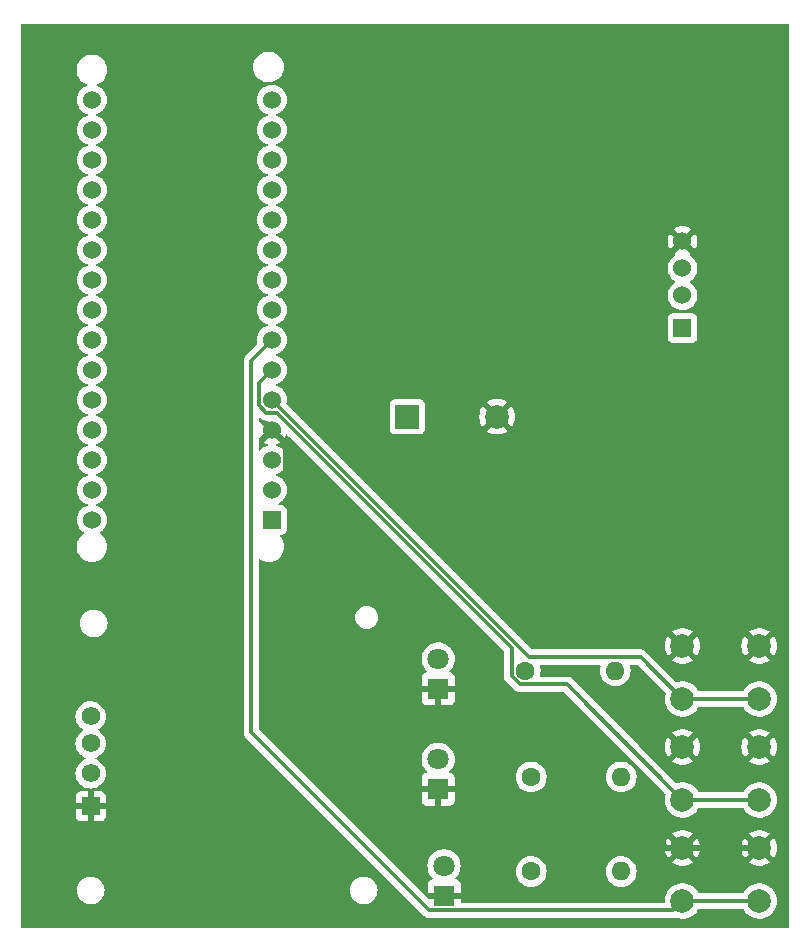
<source format=gbr>
%TF.GenerationSoftware,KiCad,Pcbnew,8.0.7*%
%TF.CreationDate,2024-12-24T10:01:26+05:30*%
%TF.ProjectId,task1,7461736b-312e-46b6-9963-61645f706362,rev?*%
%TF.SameCoordinates,Original*%
%TF.FileFunction,Copper,L2,Bot*%
%TF.FilePolarity,Positive*%
%FSLAX46Y46*%
G04 Gerber Fmt 4.6, Leading zero omitted, Abs format (unit mm)*
G04 Created by KiCad (PCBNEW 8.0.7) date 2024-12-24 10:01:26*
%MOMM*%
%LPD*%
G01*
G04 APERTURE LIST*
%TA.AperFunction,ComponentPad*%
%ADD10R,1.800000X1.800000*%
%TD*%
%TA.AperFunction,ComponentPad*%
%ADD11C,1.800000*%
%TD*%
%TA.AperFunction,ComponentPad*%
%ADD12C,1.600000*%
%TD*%
%TA.AperFunction,ComponentPad*%
%ADD13O,1.600000X1.600000*%
%TD*%
%TA.AperFunction,ComponentPad*%
%ADD14C,2.000000*%
%TD*%
%TA.AperFunction,ComponentPad*%
%ADD15R,1.524000X1.524000*%
%TD*%
%TA.AperFunction,ComponentPad*%
%ADD16C,1.524000*%
%TD*%
%TA.AperFunction,ComponentPad*%
%ADD17R,2.000000X2.000000*%
%TD*%
%TA.AperFunction,ComponentPad*%
%ADD18R,1.560000X1.560000*%
%TD*%
%TA.AperFunction,ComponentPad*%
%ADD19C,1.560000*%
%TD*%
%TA.AperFunction,Conductor*%
%ADD20C,0.500000*%
%TD*%
%TA.AperFunction,Conductor*%
%ADD21C,0.300000*%
%TD*%
G04 APERTURE END LIST*
D10*
%TO.P,D1,1,K*%
%TO.N,GND*%
X169815000Y-133550000D03*
D11*
%TO.P,D1,2,A*%
%TO.N,Net-(D1-A)*%
X169815000Y-131010000D03*
%TD*%
D10*
%TO.P,D2,1,K*%
%TO.N,GND*%
X169315000Y-124540000D03*
D11*
%TO.P,D2,2,A*%
%TO.N,Net-(D2-A)*%
X169315000Y-122000000D03*
%TD*%
D12*
%TO.P,R1,1*%
%TO.N,LED1*%
X177190000Y-131500000D03*
D13*
%TO.P,R1,2*%
%TO.N,Net-(D1-A)*%
X184810000Y-131500000D03*
%TD*%
D14*
%TO.P,SW2,1,1*%
%TO.N,GND*%
X190000000Y-120950000D03*
X196500000Y-120950000D03*
%TO.P,SW2,2,2*%
%TO.N,LOCK2*%
X190000000Y-125450000D03*
X196500000Y-125450000D03*
%TD*%
D15*
%TO.P,U2,1,VCC*%
%TO.N,VCC*%
X190000000Y-85500000D03*
D16*
%TO.P,U2,2,TRIG*%
%TO.N,TRIGG*%
X190000000Y-82706000D03*
%TO.P,U2,3,ECHO*%
%TO.N,echo*%
X190000000Y-80420000D03*
%TO.P,U2,4,GND*%
%TO.N,GND*%
X190000000Y-78134000D03*
%TD*%
D12*
%TO.P,R3,1*%
%TO.N,LED3*%
X176690000Y-114500000D03*
D13*
%TO.P,R3,2*%
%TO.N,Net-(D3-A)*%
X184310000Y-114500000D03*
%TD*%
D14*
%TO.P,SW3,1,1*%
%TO.N,GND*%
X190000000Y-129500000D03*
X196500000Y-129500000D03*
%TO.P,SW3,2,2*%
%TO.N,LOCK3*%
X190000000Y-134000000D03*
X196500000Y-134000000D03*
%TD*%
D17*
%TO.P,BZ1,1,+*%
%TO.N,BUZZER*%
X166700000Y-93000000D03*
D14*
%TO.P,BZ1,2,-*%
%TO.N,GND*%
X174300000Y-93000000D03*
%TD*%
D15*
%TO.P,arduino_nano1,1,TX*%
%TO.N,unconnected-(arduino_nano1-TX-Pad1)*%
X155240000Y-101740000D03*
D16*
%TO.P,arduino_nano1,2,RX*%
%TO.N,unconnected-(arduino_nano1-RX-Pad2)*%
X155240000Y-99200000D03*
%TO.P,arduino_nano1,3,RST*%
%TO.N,unconnected-(arduino_nano1-RST-Pad3)*%
X155240000Y-96660000D03*
%TO.P,arduino_nano1,4,GND*%
%TO.N,GND*%
X155240000Y-94120000D03*
%TO.P,arduino_nano1,5,D2*%
%TO.N,LOCK1*%
X155240000Y-91580000D03*
%TO.P,arduino_nano1,6,D3*%
%TO.N,LOCK2*%
X155240000Y-89040000D03*
%TO.P,arduino_nano1,7,D4*%
%TO.N,LOCK3*%
X155240000Y-86500000D03*
%TO.P,arduino_nano1,8,D5*%
%TO.N,unconnected-(arduino_nano1-D5-Pad8)*%
X155240000Y-83960000D03*
%TO.P,arduino_nano1,9,D6*%
%TO.N,unconnected-(arduino_nano1-D6-Pad9)*%
X155240000Y-81420000D03*
%TO.P,arduino_nano1,10,D7*%
%TO.N,TRIGG*%
X155240000Y-78880000D03*
%TO.P,arduino_nano1,11,D8*%
%TO.N,echo*%
X155240000Y-76340000D03*
%TO.P,arduino_nano1,12,D9*%
%TO.N,BUZZER*%
X155240000Y-73800000D03*
%TO.P,arduino_nano1,13,D10*%
%TO.N,unconnected-(arduino_nano1-D10-Pad13)*%
X155240000Y-71260000D03*
%TO.P,arduino_nano1,14,D11*%
%TO.N,unconnected-(arduino_nano1-D11-Pad14)*%
X155240000Y-68720000D03*
%TO.P,arduino_nano1,15,D12*%
%TO.N,unconnected-(arduino_nano1-D12-Pad15)*%
X155240000Y-66180000D03*
%TO.P,arduino_nano1,16,D13*%
%TO.N,unconnected-(arduino_nano1-D13-Pad16)*%
X140000000Y-66180000D03*
%TO.P,arduino_nano1,17,3.3v*%
%TO.N,unconnected-(arduino_nano1-3.3v-Pad17)*%
X140000000Y-68720000D03*
%TO.P,arduino_nano1,18,REF*%
%TO.N,unconnected-(arduino_nano1-REF-Pad18)*%
X140000000Y-71260000D03*
%TO.P,arduino_nano1,19,A0*%
%TO.N,LED3*%
X140000000Y-73800000D03*
%TO.P,arduino_nano1,20,A1*%
%TO.N,LED2*%
X140000000Y-76340000D03*
%TO.P,arduino_nano1,21,A2*%
%TO.N,LED1*%
X140000000Y-78880000D03*
%TO.P,arduino_nano1,22,A3*%
%TO.N,unconnected-(arduino_nano1-A3-Pad22)*%
X140000000Y-81420000D03*
%TO.P,arduino_nano1,23,A4*%
%TO.N,SDA*%
X140000000Y-83960000D03*
%TO.P,arduino_nano1,24,A5*%
%TO.N,SCL*%
X140000000Y-86500000D03*
%TO.P,arduino_nano1,25,A6*%
%TO.N,unconnected-(arduino_nano1-A6-Pad25)*%
X140000000Y-89040000D03*
%TO.P,arduino_nano1,26,A7*%
%TO.N,unconnected-(arduino_nano1-A7-Pad26)*%
X140000000Y-91580000D03*
%TO.P,arduino_nano1,27,5v*%
%TO.N,VCC*%
X140000000Y-94120000D03*
%TO.P,arduino_nano1,28,RST*%
%TO.N,unconnected-(arduino_nano1-RST-Pad28)*%
X140000000Y-96660000D03*
%TO.P,arduino_nano1,29,GND*%
%TO.N,unconnected-(arduino_nano1-GND-Pad29)*%
X140000000Y-99200000D03*
%TO.P,arduino_nano1,30,Vin*%
%TO.N,unconnected-(arduino_nano1-Vin-Pad30)*%
X140000000Y-101740000D03*
%TD*%
D18*
%TO.P,U1,1,GND*%
%TO.N,GND*%
X139894000Y-125986000D03*
D19*
%TO.P,U1,2,VCC_IN*%
%TO.N,SCL*%
X139894000Y-123192000D03*
%TO.P,U1,3,SCL*%
%TO.N,SDA*%
X139894000Y-120652000D03*
%TO.P,U1,4,SDA*%
%TO.N,VCC*%
X139894000Y-118366000D03*
%TD*%
D10*
%TO.P,D3,1,K*%
%TO.N,GND*%
X169315000Y-116030000D03*
D11*
%TO.P,D3,2,A*%
%TO.N,Net-(D3-A)*%
X169315000Y-113490000D03*
%TD*%
D12*
%TO.P,R2,1*%
%TO.N,LED2*%
X177190000Y-123500000D03*
D13*
%TO.P,R2,2*%
%TO.N,Net-(D2-A)*%
X184810000Y-123500000D03*
%TD*%
D14*
%TO.P,SW1,1,1*%
%TO.N,GND*%
X190000000Y-112400000D03*
X196500000Y-112400000D03*
%TO.P,SW1,2,2*%
%TO.N,LOCK1*%
X190000000Y-116900000D03*
X196500000Y-116900000D03*
%TD*%
D20*
%TO.N,GND*%
X156452000Y-95332000D02*
X155240000Y-94120000D01*
X156452000Y-97366213D02*
X156452000Y-95332000D01*
X196500000Y-129500000D02*
X190000000Y-129500000D01*
X190000000Y-129500000D02*
X188585787Y-129500000D01*
X188585787Y-129500000D02*
X156452000Y-97366213D01*
D21*
%TO.N,LOCK2*%
X180200000Y-115650000D02*
X176213654Y-115650000D01*
X176213654Y-115650000D02*
X175540000Y-114976346D01*
X155644894Y-92692000D02*
X154779394Y-92692000D01*
X190000000Y-125450000D02*
X180200000Y-115650000D01*
X154128000Y-92040606D02*
X154128000Y-90152000D01*
X175540000Y-112587106D02*
X155644894Y-92692000D01*
X154128000Y-90152000D02*
X155240000Y-89040000D01*
X154779394Y-92692000D02*
X154128000Y-92040606D01*
X175540000Y-114976346D02*
X175540000Y-112587106D01*
X196500000Y-125450000D02*
X190000000Y-125450000D01*
%TO.N,LOCK1*%
X177010000Y-113350000D02*
X155240000Y-91580000D01*
X196500000Y-116900000D02*
X190000000Y-116900000D01*
X186450000Y-113350000D02*
X177010000Y-113350000D01*
X190000000Y-116900000D02*
X186450000Y-113350000D01*
%TO.N,LOCK3*%
X189200000Y-134800000D02*
X168565000Y-134800000D01*
X153500000Y-119735000D02*
X153500000Y-88240000D01*
X190000000Y-134000000D02*
X189200000Y-134800000D01*
X168565000Y-134800000D02*
X153500000Y-119735000D01*
X153500000Y-88240000D02*
X155240000Y-86500000D01*
X196500000Y-134000000D02*
X190000000Y-134000000D01*
%TD*%
%TA.AperFunction,Conductor*%
%TO.N,GND*%
G36*
X154859000Y-94170160D02*
G01*
X154884964Y-94267061D01*
X154935124Y-94353940D01*
X155006060Y-94424876D01*
X155092939Y-94475036D01*
X155189840Y-94501000D01*
X155212553Y-94501000D01*
X154541810Y-95171741D01*
X154606584Y-95217097D01*
X154806722Y-95310422D01*
X154872031Y-95327921D01*
X154910892Y-95357739D01*
X154917286Y-95406304D01*
X154887468Y-95445165D01*
X154872032Y-95451559D01*
X154806551Y-95469105D01*
X154606336Y-95562467D01*
X154425379Y-95689174D01*
X154269169Y-95845384D01*
X154266923Y-95848593D01*
X154225609Y-95874909D01*
X154177788Y-95864304D01*
X154151472Y-95822990D01*
X154150500Y-95811881D01*
X154150500Y-94882456D01*
X154169245Y-94837201D01*
X154859000Y-94147446D01*
X154859000Y-94170160D01*
G37*
%TD.AperFunction*%
%TA.AperFunction,Conductor*%
G36*
X154259755Y-93092306D02*
G01*
X154364725Y-93197276D01*
X154471266Y-93268465D01*
X154510728Y-93284810D01*
X154589650Y-93317501D01*
X154589653Y-93317501D01*
X154589654Y-93317502D01*
X154715322Y-93342500D01*
X154715325Y-93342500D01*
X154789543Y-93342500D01*
X154834798Y-93361245D01*
X155212554Y-93739000D01*
X155189840Y-93739000D01*
X155092939Y-93764964D01*
X155006060Y-93815124D01*
X154935124Y-93886060D01*
X154884964Y-93972939D01*
X154859000Y-94069840D01*
X154859000Y-94092553D01*
X154169245Y-93402798D01*
X154150500Y-93357543D01*
X154150500Y-93137561D01*
X154169245Y-93092306D01*
X154214500Y-93073561D01*
X154259755Y-93092306D01*
G37*
%TD.AperFunction*%
%TA.AperFunction,Conductor*%
G36*
X198980755Y-59769245D02*
G01*
X198999500Y-59814500D01*
X198999500Y-136185500D01*
X198980755Y-136230755D01*
X198935500Y-136249500D01*
X134064500Y-136249500D01*
X134019245Y-136230755D01*
X134000500Y-136185500D01*
X134000500Y-133097999D01*
X138722693Y-133097999D01*
X138722693Y-133098000D01*
X138742636Y-133313224D01*
X138742637Y-133313227D01*
X138801789Y-133521125D01*
X138845667Y-133609244D01*
X138898133Y-133714611D01*
X139028393Y-133887103D01*
X139188126Y-134032720D01*
X139188128Y-134032721D01*
X139188130Y-134032723D01*
X139371904Y-134146511D01*
X139371903Y-134146511D01*
X139439088Y-134172538D01*
X139573457Y-134224593D01*
X139785925Y-134264310D01*
X140002075Y-134264310D01*
X140214543Y-134224593D01*
X140416096Y-134146511D01*
X140599870Y-134032723D01*
X140759606Y-133887104D01*
X140889865Y-133714614D01*
X140986211Y-133521125D01*
X141045363Y-133313227D01*
X141065307Y-133098000D01*
X141065307Y-133097999D01*
X161836693Y-133097999D01*
X161836693Y-133098000D01*
X161856636Y-133313224D01*
X161856637Y-133313227D01*
X161915789Y-133521125D01*
X161959667Y-133609244D01*
X162012133Y-133714611D01*
X162142393Y-133887103D01*
X162302126Y-134032720D01*
X162302128Y-134032721D01*
X162302130Y-134032723D01*
X162485904Y-134146511D01*
X162485903Y-134146511D01*
X162553088Y-134172538D01*
X162687457Y-134224593D01*
X162899925Y-134264310D01*
X163116075Y-134264310D01*
X163328543Y-134224593D01*
X163530096Y-134146511D01*
X163713870Y-134032723D01*
X163873606Y-133887104D01*
X164003865Y-133714614D01*
X164100211Y-133521125D01*
X164159363Y-133313227D01*
X164179307Y-133098000D01*
X164159363Y-132882773D01*
X164100211Y-132674875D01*
X164003865Y-132481386D01*
X163873606Y-132308896D01*
X163761447Y-132206649D01*
X163713873Y-132163279D01*
X163530095Y-132049488D01*
X163530096Y-132049488D01*
X163328540Y-131971406D01*
X163116077Y-131931690D01*
X163116075Y-131931690D01*
X162899925Y-131931690D01*
X162899922Y-131931690D01*
X162687459Y-131971406D01*
X162485904Y-132049488D01*
X162302126Y-132163279D01*
X162142393Y-132308896D01*
X162012133Y-132481388D01*
X161915789Y-132674875D01*
X161856637Y-132882772D01*
X161856636Y-132882775D01*
X161836693Y-133097999D01*
X141065307Y-133097999D01*
X141045363Y-132882773D01*
X140986211Y-132674875D01*
X140889865Y-132481386D01*
X140759606Y-132308896D01*
X140647447Y-132206649D01*
X140599873Y-132163279D01*
X140416095Y-132049488D01*
X140416096Y-132049488D01*
X140214540Y-131971406D01*
X140002077Y-131931690D01*
X140002075Y-131931690D01*
X139785925Y-131931690D01*
X139785922Y-131931690D01*
X139573459Y-131971406D01*
X139371904Y-132049488D01*
X139188126Y-132163279D01*
X139028393Y-132308896D01*
X138898133Y-132481388D01*
X138801789Y-132674875D01*
X138742637Y-132882772D01*
X138742636Y-132882775D01*
X138722693Y-133097999D01*
X134000500Y-133097999D01*
X134000500Y-125158158D01*
X138614000Y-125158158D01*
X138614000Y-125736000D01*
X139592458Y-125736000D01*
X139581923Y-125746535D01*
X139530578Y-125835466D01*
X139504000Y-125934656D01*
X139504000Y-126037344D01*
X139530578Y-126136534D01*
X139581923Y-126225465D01*
X139592458Y-126236000D01*
X138614000Y-126236000D01*
X138614000Y-126813841D01*
X138620401Y-126873374D01*
X138670649Y-127008093D01*
X138756808Y-127123185D01*
X138756814Y-127123191D01*
X138871906Y-127209350D01*
X138871905Y-127209350D01*
X139006625Y-127259598D01*
X139066158Y-127265999D01*
X139066173Y-127266000D01*
X139644000Y-127266000D01*
X139644000Y-126287542D01*
X139654535Y-126298077D01*
X139743466Y-126349422D01*
X139842656Y-126376000D01*
X139945344Y-126376000D01*
X140044534Y-126349422D01*
X140133465Y-126298077D01*
X140144000Y-126287542D01*
X140144000Y-127266000D01*
X140721827Y-127266000D01*
X140721841Y-127265999D01*
X140781374Y-127259598D01*
X140916093Y-127209350D01*
X141031185Y-127123191D01*
X141031191Y-127123185D01*
X141117350Y-127008093D01*
X141167598Y-126873374D01*
X141173999Y-126813841D01*
X141174000Y-126813827D01*
X141174000Y-126236000D01*
X140195542Y-126236000D01*
X140206077Y-126225465D01*
X140257422Y-126136534D01*
X140284000Y-126037344D01*
X140284000Y-125934656D01*
X140257422Y-125835466D01*
X140206077Y-125746535D01*
X140195542Y-125736000D01*
X141174000Y-125736000D01*
X141174000Y-125158172D01*
X141173999Y-125158158D01*
X141167598Y-125098625D01*
X141117350Y-124963906D01*
X141031191Y-124848814D01*
X141031185Y-124848808D01*
X140916093Y-124762649D01*
X140916094Y-124762649D01*
X140781374Y-124712401D01*
X140721841Y-124706000D01*
X140144000Y-124706000D01*
X140144000Y-125684458D01*
X140133465Y-125673923D01*
X140044534Y-125622578D01*
X139945344Y-125596000D01*
X139842656Y-125596000D01*
X139743466Y-125622578D01*
X139654535Y-125673923D01*
X139644000Y-125684458D01*
X139644000Y-124706000D01*
X139066158Y-124706000D01*
X139006625Y-124712401D01*
X138871906Y-124762649D01*
X138756814Y-124848808D01*
X138756808Y-124848814D01*
X138670649Y-124963906D01*
X138620401Y-125098625D01*
X138614000Y-125158158D01*
X134000500Y-125158158D01*
X134000500Y-118365995D01*
X138608609Y-118365995D01*
X138608609Y-118366004D01*
X138628136Y-118589201D01*
X138686126Y-118805626D01*
X138686128Y-118805630D01*
X138780819Y-119008696D01*
X138909333Y-119192233D01*
X139067767Y-119350667D01*
X139219019Y-119456575D01*
X139245338Y-119497886D01*
X139234736Y-119545709D01*
X139219019Y-119561425D01*
X139182732Y-119586833D01*
X139067766Y-119667333D01*
X138909333Y-119825766D01*
X138780820Y-120009302D01*
X138686126Y-120212373D01*
X138628136Y-120428798D01*
X138608609Y-120651995D01*
X138608609Y-120652004D01*
X138628136Y-120875201D01*
X138686126Y-121091626D01*
X138686128Y-121091630D01*
X138780819Y-121294696D01*
X138909333Y-121478233D01*
X139067767Y-121636667D01*
X139251304Y-121765181D01*
X139368609Y-121819881D01*
X139454370Y-121859872D01*
X139455523Y-121860181D01*
X139455798Y-121860392D01*
X139456993Y-121860827D01*
X139456855Y-121861203D01*
X139494384Y-121890002D01*
X139500776Y-121938566D01*
X139470955Y-121977427D01*
X139455523Y-121983819D01*
X139454370Y-121984127D01*
X139251302Y-122078820D01*
X139067766Y-122207333D01*
X138909333Y-122365766D01*
X138780820Y-122549302D01*
X138686126Y-122752373D01*
X138628136Y-122968798D01*
X138608609Y-123191995D01*
X138608609Y-123192004D01*
X138628136Y-123415201D01*
X138686126Y-123631626D01*
X138686128Y-123631630D01*
X138780819Y-123834696D01*
X138909333Y-124018233D01*
X139067767Y-124176667D01*
X139251304Y-124305181D01*
X139454370Y-124399872D01*
X139454372Y-124399872D01*
X139454373Y-124399873D01*
X139487853Y-124408843D01*
X139670794Y-124457863D01*
X139769996Y-124466542D01*
X139893995Y-124477391D01*
X139894000Y-124477391D01*
X139894005Y-124477391D01*
X140005603Y-124467627D01*
X140117206Y-124457863D01*
X140333630Y-124399872D01*
X140536696Y-124305181D01*
X140720233Y-124176667D01*
X140878667Y-124018233D01*
X141007181Y-123834696D01*
X141101872Y-123631630D01*
X141159863Y-123415206D01*
X141172277Y-123273311D01*
X141179391Y-123192004D01*
X141179391Y-123191995D01*
X141165790Y-123036536D01*
X141159863Y-122968794D01*
X141101872Y-122752370D01*
X141007181Y-122549305D01*
X140878667Y-122365767D01*
X140720233Y-122207333D01*
X140536696Y-122078819D01*
X140333630Y-121984128D01*
X140332479Y-121983819D01*
X140332204Y-121983608D01*
X140331007Y-121983173D01*
X140331144Y-121982795D01*
X140293617Y-121954002D01*
X140287222Y-121905438D01*
X140317040Y-121866575D01*
X140332479Y-121860180D01*
X140333630Y-121859872D01*
X140536696Y-121765181D01*
X140720233Y-121636667D01*
X140878667Y-121478233D01*
X141007181Y-121294696D01*
X141101872Y-121091630D01*
X141159863Y-120875206D01*
X141179391Y-120652000D01*
X141159863Y-120428794D01*
X141101872Y-120212370D01*
X141007181Y-120009305D01*
X140878667Y-119825767D01*
X140720233Y-119667333D01*
X140568981Y-119561425D01*
X140542663Y-119520113D01*
X140553265Y-119472291D01*
X140568982Y-119456574D01*
X140578371Y-119450000D01*
X140720233Y-119350667D01*
X140878667Y-119192233D01*
X141007181Y-119008696D01*
X141101872Y-118805630D01*
X141159863Y-118589206D01*
X141179391Y-118366000D01*
X141178828Y-118359570D01*
X141161410Y-118160474D01*
X141159863Y-118142794D01*
X141101872Y-117926370D01*
X141007181Y-117723305D01*
X140878667Y-117539767D01*
X140720233Y-117381333D01*
X140536696Y-117252819D01*
X140333630Y-117158128D01*
X140333626Y-117158126D01*
X140175193Y-117115674D01*
X140117206Y-117100137D01*
X140117204Y-117100136D01*
X140117201Y-117100136D01*
X139894005Y-117080609D01*
X139893995Y-117080609D01*
X139670798Y-117100136D01*
X139454373Y-117158126D01*
X139251302Y-117252820D01*
X139067766Y-117381333D01*
X138909333Y-117539766D01*
X138780820Y-117723302D01*
X138686126Y-117926373D01*
X138628136Y-118142798D01*
X138608609Y-118365995D01*
X134000500Y-118365995D01*
X134000500Y-110491999D01*
X138976693Y-110491999D01*
X138976693Y-110492000D01*
X138996636Y-110707224D01*
X138996637Y-110707227D01*
X139055789Y-110915125D01*
X139076943Y-110957607D01*
X139152133Y-111108611D01*
X139282393Y-111281103D01*
X139442126Y-111426720D01*
X139442128Y-111426721D01*
X139442130Y-111426723D01*
X139625904Y-111540511D01*
X139625903Y-111540511D01*
X139693088Y-111566538D01*
X139827457Y-111618593D01*
X140039925Y-111658310D01*
X140256075Y-111658310D01*
X140468543Y-111618593D01*
X140670096Y-111540511D01*
X140853870Y-111426723D01*
X141013606Y-111281104D01*
X141143865Y-111108614D01*
X141240211Y-110915125D01*
X141299363Y-110707227D01*
X141319307Y-110492000D01*
X141299363Y-110276773D01*
X141240211Y-110068875D01*
X141143865Y-109875386D01*
X141013606Y-109702896D01*
X140913261Y-109611419D01*
X140853873Y-109557279D01*
X140670095Y-109443488D01*
X140670096Y-109443488D01*
X140468540Y-109365406D01*
X140256077Y-109325690D01*
X140256075Y-109325690D01*
X140039925Y-109325690D01*
X140039922Y-109325690D01*
X139827459Y-109365406D01*
X139625904Y-109443488D01*
X139442126Y-109557279D01*
X139282393Y-109702896D01*
X139152133Y-109875388D01*
X139055789Y-110068875D01*
X138996637Y-110276772D01*
X138996636Y-110276775D01*
X138976693Y-110491999D01*
X134000500Y-110491999D01*
X134000500Y-63639995D01*
X138697274Y-63639995D01*
X138697274Y-63640004D01*
X138717064Y-63866211D01*
X138775836Y-64085555D01*
X138775838Y-64085559D01*
X138871806Y-64291363D01*
X139002054Y-64477376D01*
X139162624Y-64637946D01*
X139348637Y-64768194D01*
X139554441Y-64864162D01*
X139563067Y-64866473D01*
X139601930Y-64896290D01*
X139608326Y-64944854D01*
X139578509Y-64983717D01*
X139568403Y-64988430D01*
X139566564Y-64989099D01*
X139366336Y-65082467D01*
X139185379Y-65209174D01*
X139029174Y-65365379D01*
X138902467Y-65546336D01*
X138809104Y-65746553D01*
X138751929Y-65959936D01*
X138732677Y-66179994D01*
X138732677Y-66180005D01*
X138751929Y-66400063D01*
X138809104Y-66613446D01*
X138809106Y-66613450D01*
X138902466Y-66813662D01*
X139029174Y-66994620D01*
X139185380Y-67150826D01*
X139366338Y-67277534D01*
X139566550Y-67370894D01*
X139566552Y-67370894D01*
X139566553Y-67370895D01*
X139631064Y-67388181D01*
X139669926Y-67418000D01*
X139676319Y-67466564D01*
X139646500Y-67505426D01*
X139631064Y-67511819D01*
X139566553Y-67529104D01*
X139366336Y-67622467D01*
X139185379Y-67749174D01*
X139029174Y-67905379D01*
X138902467Y-68086336D01*
X138809104Y-68286553D01*
X138751929Y-68499936D01*
X138732677Y-68719994D01*
X138732677Y-68720005D01*
X138751929Y-68940063D01*
X138809104Y-69153446D01*
X138809106Y-69153450D01*
X138902466Y-69353662D01*
X139029174Y-69534620D01*
X139185380Y-69690826D01*
X139366338Y-69817534D01*
X139566550Y-69910894D01*
X139566552Y-69910894D01*
X139566553Y-69910895D01*
X139631064Y-69928181D01*
X139669926Y-69958000D01*
X139676319Y-70006564D01*
X139646500Y-70045426D01*
X139631064Y-70051819D01*
X139566553Y-70069104D01*
X139366336Y-70162467D01*
X139185379Y-70289174D01*
X139029174Y-70445379D01*
X138902467Y-70626336D01*
X138809104Y-70826553D01*
X138751929Y-71039936D01*
X138732677Y-71259994D01*
X138732677Y-71260005D01*
X138751929Y-71480063D01*
X138809104Y-71693446D01*
X138809106Y-71693450D01*
X138902466Y-71893662D01*
X139029174Y-72074620D01*
X139185380Y-72230826D01*
X139366338Y-72357534D01*
X139566550Y-72450894D01*
X139566552Y-72450894D01*
X139566553Y-72450895D01*
X139631064Y-72468181D01*
X139669926Y-72498000D01*
X139676319Y-72546564D01*
X139646500Y-72585426D01*
X139631064Y-72591819D01*
X139566553Y-72609104D01*
X139366336Y-72702467D01*
X139185379Y-72829174D01*
X139029174Y-72985379D01*
X138902467Y-73166336D01*
X138809104Y-73366553D01*
X138751929Y-73579936D01*
X138732677Y-73799994D01*
X138732677Y-73800005D01*
X138751929Y-74020063D01*
X138809104Y-74233446D01*
X138809106Y-74233450D01*
X138902466Y-74433662D01*
X139029174Y-74614620D01*
X139185380Y-74770826D01*
X139366338Y-74897534D01*
X139566550Y-74990894D01*
X139566552Y-74990894D01*
X139566553Y-74990895D01*
X139631064Y-75008181D01*
X139669926Y-75038000D01*
X139676319Y-75086564D01*
X139646500Y-75125426D01*
X139631064Y-75131819D01*
X139566553Y-75149104D01*
X139366336Y-75242467D01*
X139185379Y-75369174D01*
X139029174Y-75525379D01*
X138902467Y-75706336D01*
X138809104Y-75906553D01*
X138751929Y-76119936D01*
X138732677Y-76339994D01*
X138732677Y-76340005D01*
X138751929Y-76560063D01*
X138809104Y-76773446D01*
X138902467Y-76973664D01*
X139029174Y-77154620D01*
X139185380Y-77310826D01*
X139366338Y-77437534D01*
X139566550Y-77530894D01*
X139566552Y-77530894D01*
X139566553Y-77530895D01*
X139631064Y-77548181D01*
X139669926Y-77578000D01*
X139676319Y-77626564D01*
X139646500Y-77665426D01*
X139631064Y-77671819D01*
X139566553Y-77689104D01*
X139366336Y-77782467D01*
X139185379Y-77909174D01*
X139029174Y-78065379D01*
X138902467Y-78246336D01*
X138809104Y-78446553D01*
X138751929Y-78659936D01*
X138732677Y-78879994D01*
X138732677Y-78880005D01*
X138751929Y-79100063D01*
X138809104Y-79313446D01*
X138902467Y-79513664D01*
X139029174Y-79694620D01*
X139185380Y-79850826D01*
X139366338Y-79977534D01*
X139566550Y-80070894D01*
X139566552Y-80070894D01*
X139566553Y-80070895D01*
X139631064Y-80088181D01*
X139669926Y-80118000D01*
X139676319Y-80166564D01*
X139646500Y-80205426D01*
X139631064Y-80211819D01*
X139566553Y-80229104D01*
X139366336Y-80322467D01*
X139185379Y-80449174D01*
X139029174Y-80605379D01*
X138902467Y-80786336D01*
X138809104Y-80986553D01*
X138751929Y-81199936D01*
X138732677Y-81419994D01*
X138732677Y-81420005D01*
X138751929Y-81640063D01*
X138809104Y-81853446D01*
X138902467Y-82053664D01*
X139029174Y-82234620D01*
X139185380Y-82390826D01*
X139366338Y-82517534D01*
X139566550Y-82610894D01*
X139566552Y-82610894D01*
X139566553Y-82610895D01*
X139631064Y-82628181D01*
X139669926Y-82658000D01*
X139676319Y-82706564D01*
X139646500Y-82745426D01*
X139631064Y-82751819D01*
X139566553Y-82769104D01*
X139366336Y-82862467D01*
X139185379Y-82989174D01*
X139029174Y-83145379D01*
X138902467Y-83326336D01*
X138809104Y-83526553D01*
X138751929Y-83739936D01*
X138732677Y-83959994D01*
X138732677Y-83960005D01*
X138751929Y-84180063D01*
X138809104Y-84393446D01*
X138902467Y-84593664D01*
X139029174Y-84774620D01*
X139185380Y-84930826D01*
X139366338Y-85057534D01*
X139566550Y-85150894D01*
X139566552Y-85150894D01*
X139566553Y-85150895D01*
X139631064Y-85168181D01*
X139669926Y-85198000D01*
X139676319Y-85246564D01*
X139646500Y-85285426D01*
X139631064Y-85291819D01*
X139566553Y-85309104D01*
X139366336Y-85402467D01*
X139185379Y-85529174D01*
X139029174Y-85685379D01*
X138902467Y-85866336D01*
X138809104Y-86066553D01*
X138751929Y-86279936D01*
X138732677Y-86499994D01*
X138732677Y-86500005D01*
X138751929Y-86720063D01*
X138751929Y-86720066D01*
X138751930Y-86720068D01*
X138763300Y-86762500D01*
X138809104Y-86933446D01*
X138809106Y-86933450D01*
X138902466Y-87133662D01*
X139029174Y-87314620D01*
X139185380Y-87470826D01*
X139366338Y-87597534D01*
X139566550Y-87690894D01*
X139566552Y-87690894D01*
X139566553Y-87690895D01*
X139631064Y-87708181D01*
X139669926Y-87738000D01*
X139676319Y-87786564D01*
X139646500Y-87825426D01*
X139631064Y-87831819D01*
X139566553Y-87849104D01*
X139366336Y-87942467D01*
X139185379Y-88069174D01*
X139029174Y-88225379D01*
X138902467Y-88406336D01*
X138809104Y-88606553D01*
X138751929Y-88819936D01*
X138732677Y-89039994D01*
X138732677Y-89040005D01*
X138751929Y-89260063D01*
X138809104Y-89473446D01*
X138809106Y-89473450D01*
X138902466Y-89673662D01*
X139029174Y-89854620D01*
X139185380Y-90010826D01*
X139366338Y-90137534D01*
X139566550Y-90230894D01*
X139566552Y-90230894D01*
X139566553Y-90230895D01*
X139631064Y-90248181D01*
X139669926Y-90278000D01*
X139676319Y-90326564D01*
X139646500Y-90365426D01*
X139631064Y-90371819D01*
X139566553Y-90389104D01*
X139366336Y-90482467D01*
X139185379Y-90609174D01*
X139029174Y-90765379D01*
X138902467Y-90946336D01*
X138809104Y-91146553D01*
X138751929Y-91359936D01*
X138732677Y-91579994D01*
X138732677Y-91580005D01*
X138751929Y-91800063D01*
X138751929Y-91800066D01*
X138751930Y-91800068D01*
X138765201Y-91849596D01*
X138809104Y-92013446D01*
X138809106Y-92013450D01*
X138902466Y-92213662D01*
X139029174Y-92394620D01*
X139185380Y-92550826D01*
X139366338Y-92677534D01*
X139566550Y-92770894D01*
X139566552Y-92770894D01*
X139566553Y-92770895D01*
X139631064Y-92788181D01*
X139669926Y-92818000D01*
X139676319Y-92866564D01*
X139646500Y-92905426D01*
X139631064Y-92911819D01*
X139566553Y-92929104D01*
X139366336Y-93022467D01*
X139185379Y-93149174D01*
X139029174Y-93305379D01*
X138902467Y-93486336D01*
X138809104Y-93686553D01*
X138751929Y-93899936D01*
X138732677Y-94119994D01*
X138732677Y-94120005D01*
X138751929Y-94340063D01*
X138809104Y-94553446D01*
X138902467Y-94753664D01*
X139029174Y-94934620D01*
X139185379Y-95090825D01*
X139365719Y-95217101D01*
X139366338Y-95217534D01*
X139566550Y-95310894D01*
X139566552Y-95310894D01*
X139566553Y-95310895D01*
X139631064Y-95328181D01*
X139669926Y-95358000D01*
X139676319Y-95406564D01*
X139646500Y-95445426D01*
X139631064Y-95451819D01*
X139566553Y-95469104D01*
X139366336Y-95562467D01*
X139185379Y-95689174D01*
X139029174Y-95845379D01*
X138902467Y-96026336D01*
X138809104Y-96226553D01*
X138751929Y-96439936D01*
X138732677Y-96659994D01*
X138732677Y-96660005D01*
X138751929Y-96880063D01*
X138809104Y-97093446D01*
X138809106Y-97093450D01*
X138902466Y-97293662D01*
X139029174Y-97474620D01*
X139185380Y-97630826D01*
X139366338Y-97757534D01*
X139566550Y-97850894D01*
X139566552Y-97850894D01*
X139566553Y-97850895D01*
X139631064Y-97868181D01*
X139669926Y-97898000D01*
X139676319Y-97946564D01*
X139646500Y-97985426D01*
X139631064Y-97991819D01*
X139566553Y-98009104D01*
X139366336Y-98102467D01*
X139185379Y-98229174D01*
X139029174Y-98385379D01*
X138902467Y-98566336D01*
X138809104Y-98766553D01*
X138751929Y-98979936D01*
X138732677Y-99199994D01*
X138732677Y-99200005D01*
X138751929Y-99420063D01*
X138809104Y-99633446D01*
X138809106Y-99633450D01*
X138902466Y-99833662D01*
X139029174Y-100014620D01*
X139185380Y-100170826D01*
X139366338Y-100297534D01*
X139566550Y-100390894D01*
X139566552Y-100390894D01*
X139566553Y-100390895D01*
X139631064Y-100408181D01*
X139669926Y-100438000D01*
X139676319Y-100486564D01*
X139646500Y-100525426D01*
X139631064Y-100531819D01*
X139566553Y-100549104D01*
X139366336Y-100642467D01*
X139185379Y-100769174D01*
X139029174Y-100925379D01*
X138902467Y-101106336D01*
X138809104Y-101306553D01*
X138751929Y-101519936D01*
X138732677Y-101739994D01*
X138732677Y-101740005D01*
X138751929Y-101960063D01*
X138809104Y-102173446D01*
X138809106Y-102173450D01*
X138902466Y-102373662D01*
X139029174Y-102554620D01*
X139185380Y-102710826D01*
X139233236Y-102744335D01*
X139303327Y-102793413D01*
X139329646Y-102834725D01*
X139319044Y-102882548D01*
X139303328Y-102898263D01*
X139243065Y-102940459D01*
X139162623Y-102996786D01*
X139002054Y-103157355D01*
X138871805Y-103343370D01*
X138775836Y-103549176D01*
X138717064Y-103768520D01*
X138697274Y-103994727D01*
X138697274Y-103994736D01*
X138717064Y-104220943D01*
X138775836Y-104440287D01*
X138775838Y-104440291D01*
X138871806Y-104646095D01*
X139002054Y-104832108D01*
X139162624Y-104992678D01*
X139348637Y-105122926D01*
X139554441Y-105218894D01*
X139554443Y-105218894D01*
X139554444Y-105218895D01*
X139588376Y-105227986D01*
X139773784Y-105277667D01*
X139874324Y-105286463D01*
X139999995Y-105297458D01*
X140000000Y-105297458D01*
X140000005Y-105297458D01*
X140113108Y-105287562D01*
X140226216Y-105277667D01*
X140445559Y-105218894D01*
X140651363Y-105122926D01*
X140837376Y-104992678D01*
X140997946Y-104832108D01*
X141128194Y-104646095D01*
X141224162Y-104440291D01*
X141282935Y-104220948D01*
X141302726Y-103994732D01*
X141282935Y-103768516D01*
X141224162Y-103549173D01*
X141128194Y-103343369D01*
X140997946Y-103157356D01*
X140837376Y-102996786D01*
X140696670Y-102898262D01*
X140670353Y-102856953D01*
X140680955Y-102809130D01*
X140696668Y-102793416D01*
X140814620Y-102710826D01*
X140970826Y-102554620D01*
X141097534Y-102373662D01*
X141190894Y-102173450D01*
X141248070Y-101960068D01*
X141267323Y-101740000D01*
X141267323Y-101739994D01*
X141248070Y-101519936D01*
X141248070Y-101519932D01*
X141190894Y-101306550D01*
X141097534Y-101106339D01*
X140970826Y-100925380D01*
X140814620Y-100769174D01*
X140766763Y-100735664D01*
X140633664Y-100642467D01*
X140433446Y-100549104D01*
X140368935Y-100531819D01*
X140330073Y-100502000D01*
X140323680Y-100453436D01*
X140353499Y-100414574D01*
X140368935Y-100408181D01*
X140433446Y-100390895D01*
X140433445Y-100390895D01*
X140433450Y-100390894D01*
X140633662Y-100297534D01*
X140814620Y-100170826D01*
X140970826Y-100014620D01*
X141097534Y-99833662D01*
X141190894Y-99633450D01*
X141248070Y-99420068D01*
X141267323Y-99200000D01*
X141267323Y-99199994D01*
X141248070Y-98979936D01*
X141248070Y-98979932D01*
X141190894Y-98766550D01*
X141097534Y-98566339D01*
X140970826Y-98385380D01*
X140814620Y-98229174D01*
X140633664Y-98102467D01*
X140433446Y-98009104D01*
X140368935Y-97991819D01*
X140330073Y-97962000D01*
X140323680Y-97913436D01*
X140353499Y-97874574D01*
X140368935Y-97868181D01*
X140433446Y-97850895D01*
X140433445Y-97850895D01*
X140433450Y-97850894D01*
X140633662Y-97757534D01*
X140814620Y-97630826D01*
X140970826Y-97474620D01*
X141097534Y-97293662D01*
X141190894Y-97093450D01*
X141248070Y-96880068D01*
X141267323Y-96660000D01*
X141267323Y-96659994D01*
X141248070Y-96439936D01*
X141248070Y-96439932D01*
X141190894Y-96226550D01*
X141097534Y-96026339D01*
X140970826Y-95845380D01*
X140814620Y-95689174D01*
X140633664Y-95562467D01*
X140433446Y-95469104D01*
X140368935Y-95451819D01*
X140330073Y-95422000D01*
X140323680Y-95373436D01*
X140353499Y-95334574D01*
X140368935Y-95328181D01*
X140433446Y-95310895D01*
X140433445Y-95310895D01*
X140433450Y-95310894D01*
X140633662Y-95217534D01*
X140814620Y-95090826D01*
X140970826Y-94934620D01*
X141097534Y-94753662D01*
X141190894Y-94553450D01*
X141248070Y-94340068D01*
X141267323Y-94120000D01*
X141267323Y-94119999D01*
X141267323Y-94119994D01*
X141248070Y-93899936D01*
X141248070Y-93899932D01*
X141190894Y-93686550D01*
X141097534Y-93486339D01*
X140970826Y-93305380D01*
X140814620Y-93149174D01*
X140798035Y-93137561D01*
X140633664Y-93022467D01*
X140433446Y-92929104D01*
X140368935Y-92911819D01*
X140330073Y-92882000D01*
X140323680Y-92833436D01*
X140353499Y-92794574D01*
X140368935Y-92788181D01*
X140433446Y-92770895D01*
X140433445Y-92770895D01*
X140433450Y-92770894D01*
X140633662Y-92677534D01*
X140814620Y-92550826D01*
X140970826Y-92394620D01*
X141097534Y-92213662D01*
X141190894Y-92013450D01*
X141248070Y-91800068D01*
X141261859Y-91642454D01*
X141267323Y-91580005D01*
X141267323Y-91579994D01*
X141248070Y-91359936D01*
X141248070Y-91359932D01*
X141190894Y-91146550D01*
X141097534Y-90946339D01*
X140970826Y-90765380D01*
X140814620Y-90609174D01*
X140633664Y-90482467D01*
X140433446Y-90389104D01*
X140368935Y-90371819D01*
X140330073Y-90342000D01*
X140323680Y-90293436D01*
X140353499Y-90254574D01*
X140368935Y-90248181D01*
X140433446Y-90230895D01*
X140433445Y-90230895D01*
X140433450Y-90230894D01*
X140633662Y-90137534D01*
X140814620Y-90010826D01*
X140970826Y-89854620D01*
X141097534Y-89673662D01*
X141190894Y-89473450D01*
X141248070Y-89260068D01*
X141267323Y-89040000D01*
X141267323Y-89039994D01*
X141248070Y-88819936D01*
X141248070Y-88819932D01*
X141190894Y-88606550D01*
X141097534Y-88406339D01*
X140970826Y-88225380D01*
X140921374Y-88175928D01*
X152849500Y-88175928D01*
X152849500Y-119799070D01*
X152854811Y-119825766D01*
X152854811Y-119825768D01*
X152874497Y-119924739D01*
X152874498Y-119924741D01*
X152874499Y-119924744D01*
X152923535Y-120043127D01*
X152923536Y-120043129D01*
X152923538Y-120043132D01*
X152994724Y-120149670D01*
X168150330Y-135305276D01*
X168256872Y-135376465D01*
X168296334Y-135392810D01*
X168375256Y-135425501D01*
X168375259Y-135425501D01*
X168375260Y-135425502D01*
X168500928Y-135450500D01*
X168500931Y-135450500D01*
X189264072Y-135450500D01*
X189339883Y-135435419D01*
X189389744Y-135425501D01*
X189431455Y-135408222D01*
X189476726Y-135406819D01*
X189549472Y-135431793D01*
X189630382Y-135459570D01*
X189630384Y-135459570D01*
X189630386Y-135459571D01*
X189752577Y-135479960D01*
X189875657Y-135500499D01*
X189875661Y-135500499D01*
X189875665Y-135500500D01*
X189875669Y-135500500D01*
X190124331Y-135500500D01*
X190124335Y-135500500D01*
X190124339Y-135500499D01*
X190124342Y-135500499D01*
X190186102Y-135490193D01*
X190369614Y-135459571D01*
X190604810Y-135378828D01*
X190823509Y-135260474D01*
X191019744Y-135107738D01*
X191188164Y-134924785D01*
X191324173Y-134716607D01*
X191336374Y-134688790D01*
X191371718Y-134654878D01*
X191394983Y-134650500D01*
X195105017Y-134650500D01*
X195150272Y-134669245D01*
X195163625Y-134688789D01*
X195175825Y-134716603D01*
X195175829Y-134716611D01*
X195311831Y-134924778D01*
X195311836Y-134924785D01*
X195377058Y-134995635D01*
X195480254Y-135107737D01*
X195676488Y-135260472D01*
X195676491Y-135260474D01*
X195895190Y-135378828D01*
X196130382Y-135459570D01*
X196130384Y-135459570D01*
X196130386Y-135459571D01*
X196252577Y-135479960D01*
X196375657Y-135500499D01*
X196375661Y-135500499D01*
X196375665Y-135500500D01*
X196375669Y-135500500D01*
X196624331Y-135500500D01*
X196624335Y-135500500D01*
X196624339Y-135500499D01*
X196624342Y-135500499D01*
X196686102Y-135490193D01*
X196869614Y-135459571D01*
X197104810Y-135378828D01*
X197323509Y-135260474D01*
X197519744Y-135107738D01*
X197688164Y-134924785D01*
X197824173Y-134716607D01*
X197924063Y-134488881D01*
X197985108Y-134247821D01*
X197993503Y-134146511D01*
X198005643Y-134000004D01*
X198005643Y-133999995D01*
X197985109Y-133752188D01*
X197985109Y-133752186D01*
X197985108Y-133752183D01*
X197985108Y-133752179D01*
X197924063Y-133511119D01*
X197824173Y-133283393D01*
X197763098Y-133189910D01*
X197688168Y-133075221D01*
X197688167Y-133075220D01*
X197688164Y-133075215D01*
X197562568Y-132938781D01*
X197519745Y-132892262D01*
X197323511Y-132739527D01*
X197323508Y-132739525D01*
X197104808Y-132621171D01*
X197104809Y-132621171D01*
X196869617Y-132540429D01*
X196624342Y-132499500D01*
X196624335Y-132499500D01*
X196375665Y-132499500D01*
X196375657Y-132499500D01*
X196130382Y-132540429D01*
X195895190Y-132621171D01*
X195676491Y-132739525D01*
X195676488Y-132739527D01*
X195480254Y-132892262D01*
X195311833Y-133075218D01*
X195175829Y-133283388D01*
X195173184Y-133289417D01*
X195163625Y-133311209D01*
X195128282Y-133345122D01*
X195105017Y-133349500D01*
X191394983Y-133349500D01*
X191349728Y-133330755D01*
X191336374Y-133311210D01*
X191324173Y-133283393D01*
X191317836Y-133273694D01*
X191188166Y-133075218D01*
X191188165Y-133075217D01*
X191188164Y-133075215D01*
X191062568Y-132938781D01*
X191019745Y-132892262D01*
X190823511Y-132739527D01*
X190823508Y-132739525D01*
X190604808Y-132621171D01*
X190604809Y-132621171D01*
X190369617Y-132540429D01*
X190124342Y-132499500D01*
X190124335Y-132499500D01*
X189875665Y-132499500D01*
X189875657Y-132499500D01*
X189630382Y-132540429D01*
X189395190Y-132621171D01*
X189176491Y-132739525D01*
X189176488Y-132739527D01*
X188980254Y-132892262D01*
X188846764Y-133037272D01*
X188811836Y-133075215D01*
X188811834Y-133075216D01*
X188811831Y-133075221D01*
X188675826Y-133283393D01*
X188675825Y-133283396D01*
X188575938Y-133511115D01*
X188575937Y-133511116D01*
X188514890Y-133752186D01*
X188514890Y-133752188D01*
X188494357Y-133999995D01*
X188494357Y-134000003D01*
X188501004Y-134080214D01*
X188486061Y-134126863D01*
X188442509Y-134149281D01*
X188437223Y-134149500D01*
X171279000Y-134149500D01*
X171233745Y-134130755D01*
X171215000Y-134085500D01*
X171215000Y-133800000D01*
X170190278Y-133800000D01*
X170234333Y-133723694D01*
X170265000Y-133609244D01*
X170265000Y-133490756D01*
X170234333Y-133376306D01*
X170190278Y-133300000D01*
X171215000Y-133300000D01*
X171215000Y-132602172D01*
X171214999Y-132602158D01*
X171208598Y-132542625D01*
X171158350Y-132407906D01*
X171072191Y-132292814D01*
X171072185Y-132292808D01*
X170957093Y-132206649D01*
X170957094Y-132206649D01*
X170822374Y-132156401D01*
X170803562Y-132154379D01*
X170760570Y-132130903D01*
X170746771Y-132083904D01*
X170765651Y-132046466D01*
X170764992Y-132045860D01*
X170833530Y-131971407D01*
X170923979Y-131873153D01*
X171050924Y-131678849D01*
X171129377Y-131499995D01*
X175884532Y-131499995D01*
X175884532Y-131500004D01*
X175904364Y-131726687D01*
X175904364Y-131726688D01*
X175963260Y-131946494D01*
X176059433Y-132152736D01*
X176083054Y-132186470D01*
X176189953Y-132339139D01*
X176350861Y-132500047D01*
X176490428Y-132597772D01*
X176523845Y-132621171D01*
X176537266Y-132630568D01*
X176743504Y-132726739D01*
X176963308Y-132785635D01*
X177064060Y-132794449D01*
X177189995Y-132805468D01*
X177190000Y-132805468D01*
X177190005Y-132805468D01*
X177303346Y-132795551D01*
X177416692Y-132785635D01*
X177636496Y-132726739D01*
X177842734Y-132630568D01*
X178029139Y-132500047D01*
X178190047Y-132339139D01*
X178320568Y-132152734D01*
X178416739Y-131946496D01*
X178475635Y-131726692D01*
X178495468Y-131500000D01*
X178495468Y-131499995D01*
X183504532Y-131499995D01*
X183504532Y-131500004D01*
X183524364Y-131726687D01*
X183524364Y-131726688D01*
X183583260Y-131946494D01*
X183679433Y-132152736D01*
X183703054Y-132186470D01*
X183809953Y-132339139D01*
X183970861Y-132500047D01*
X184110428Y-132597772D01*
X184143845Y-132621171D01*
X184157266Y-132630568D01*
X184363504Y-132726739D01*
X184583308Y-132785635D01*
X184684060Y-132794449D01*
X184809995Y-132805468D01*
X184810000Y-132805468D01*
X184810005Y-132805468D01*
X184923346Y-132795551D01*
X185036692Y-132785635D01*
X185256496Y-132726739D01*
X185462734Y-132630568D01*
X185649139Y-132500047D01*
X185810047Y-132339139D01*
X185940568Y-132152734D01*
X186036739Y-131946496D01*
X186095635Y-131726692D01*
X186115468Y-131500000D01*
X186095635Y-131273308D01*
X186036739Y-131053504D01*
X185940568Y-130847266D01*
X185810047Y-130660861D01*
X185649139Y-130499953D01*
X185462736Y-130369433D01*
X185256494Y-130273260D01*
X185129586Y-130239256D01*
X185036692Y-130214365D01*
X185036690Y-130214364D01*
X185036687Y-130214364D01*
X184810005Y-130194532D01*
X184809995Y-130194532D01*
X184583312Y-130214364D01*
X184583311Y-130214364D01*
X184363505Y-130273260D01*
X184157263Y-130369433D01*
X183970860Y-130499953D01*
X183809953Y-130660860D01*
X183679433Y-130847263D01*
X183583260Y-131053505D01*
X183524364Y-131273311D01*
X183524364Y-131273312D01*
X183504532Y-131499995D01*
X178495468Y-131499995D01*
X178475635Y-131273308D01*
X178416739Y-131053504D01*
X178320568Y-130847266D01*
X178190047Y-130660861D01*
X178029139Y-130499953D01*
X177842736Y-130369433D01*
X177636494Y-130273260D01*
X177509586Y-130239256D01*
X177416692Y-130214365D01*
X177416690Y-130214364D01*
X177416687Y-130214364D01*
X177190005Y-130194532D01*
X177189995Y-130194532D01*
X176963312Y-130214364D01*
X176963311Y-130214364D01*
X176743505Y-130273260D01*
X176537263Y-130369433D01*
X176350860Y-130499953D01*
X176189953Y-130660860D01*
X176059433Y-130847263D01*
X175963260Y-131053505D01*
X175904364Y-131273311D01*
X175904364Y-131273312D01*
X175884532Y-131499995D01*
X171129377Y-131499995D01*
X171144157Y-131466300D01*
X171201134Y-131241305D01*
X171201135Y-131241296D01*
X171220300Y-131010005D01*
X171220300Y-131009994D01*
X171201135Y-130778703D01*
X171201135Y-130778702D01*
X171201134Y-130778699D01*
X171201134Y-130778695D01*
X171144157Y-130553700D01*
X171050924Y-130341151D01*
X170923979Y-130146847D01*
X170766784Y-129976087D01*
X170609352Y-129853553D01*
X170583628Y-129833531D01*
X170583625Y-129833529D01*
X170379501Y-129723063D01*
X170379502Y-129723063D01*
X170159984Y-129647702D01*
X169931056Y-129609500D01*
X169931049Y-129609500D01*
X169698951Y-129609500D01*
X169698943Y-129609500D01*
X169470015Y-129647702D01*
X169250497Y-129723063D01*
X169046374Y-129833529D01*
X169046371Y-129833531D01*
X168863212Y-129976090D01*
X168706021Y-130146847D01*
X168579073Y-130341155D01*
X168485844Y-130553696D01*
X168485843Y-130553697D01*
X168428864Y-130778702D01*
X168428864Y-130778703D01*
X168409700Y-131009994D01*
X168409700Y-131010005D01*
X168428864Y-131241296D01*
X168428864Y-131241297D01*
X168485843Y-131466302D01*
X168485844Y-131466303D01*
X168579073Y-131678844D01*
X168579075Y-131678847D01*
X168579076Y-131678849D01*
X168706021Y-131873153D01*
X168759908Y-131931690D01*
X168865008Y-132045860D01*
X168864273Y-132046536D01*
X168883540Y-132088099D01*
X168866683Y-132134090D01*
X168826438Y-132154379D01*
X168807625Y-132156402D01*
X168672906Y-132206649D01*
X168557814Y-132292808D01*
X168557808Y-132292814D01*
X168471649Y-132407906D01*
X168421401Y-132542625D01*
X168415000Y-132602158D01*
X168415000Y-133300000D01*
X169439722Y-133300000D01*
X169395667Y-133376306D01*
X169365000Y-133490756D01*
X169365000Y-133609244D01*
X169395667Y-133723694D01*
X169439722Y-133800000D01*
X168511456Y-133800000D01*
X168466201Y-133781255D01*
X164184941Y-129499995D01*
X188494859Y-129499995D01*
X188494859Y-129500004D01*
X188515385Y-129747729D01*
X188515385Y-129747730D01*
X188576412Y-129988717D01*
X188676267Y-130216365D01*
X188776564Y-130369881D01*
X189476212Y-129670233D01*
X189487482Y-129712292D01*
X189559890Y-129837708D01*
X189662292Y-129940110D01*
X189787708Y-130012518D01*
X189829765Y-130023787D01*
X189129943Y-130723609D01*
X189176763Y-130760052D01*
X189176766Y-130760054D01*
X189395393Y-130878368D01*
X189395392Y-130878368D01*
X189630506Y-130959083D01*
X189875698Y-130999999D01*
X189875710Y-131000000D01*
X190124290Y-131000000D01*
X190124301Y-130999999D01*
X190369493Y-130959083D01*
X190604607Y-130878368D01*
X190823233Y-130760054D01*
X190823236Y-130760052D01*
X190870055Y-130723610D01*
X190170234Y-130023787D01*
X190212292Y-130012518D01*
X190337708Y-129940110D01*
X190440110Y-129837708D01*
X190512518Y-129712292D01*
X190523787Y-129670234D01*
X191223434Y-130369881D01*
X191323732Y-130216365D01*
X191423587Y-129988717D01*
X191484614Y-129747730D01*
X191484614Y-129747729D01*
X191505141Y-129500004D01*
X191505141Y-129499995D01*
X194994859Y-129499995D01*
X194994859Y-129500004D01*
X195015385Y-129747729D01*
X195015385Y-129747730D01*
X195076412Y-129988717D01*
X195176267Y-130216365D01*
X195276564Y-130369881D01*
X195976212Y-129670233D01*
X195987482Y-129712292D01*
X196059890Y-129837708D01*
X196162292Y-129940110D01*
X196287708Y-130012518D01*
X196329765Y-130023787D01*
X195629943Y-130723609D01*
X195676763Y-130760052D01*
X195676766Y-130760054D01*
X195895393Y-130878368D01*
X195895392Y-130878368D01*
X196130506Y-130959083D01*
X196375698Y-130999999D01*
X196375710Y-131000000D01*
X196624290Y-131000000D01*
X196624301Y-130999999D01*
X196869493Y-130959083D01*
X197104607Y-130878368D01*
X197323233Y-130760054D01*
X197323236Y-130760052D01*
X197370055Y-130723610D01*
X196670234Y-130023787D01*
X196712292Y-130012518D01*
X196837708Y-129940110D01*
X196940110Y-129837708D01*
X197012518Y-129712292D01*
X197023787Y-129670234D01*
X197723434Y-130369881D01*
X197823732Y-130216365D01*
X197923587Y-129988717D01*
X197984614Y-129747730D01*
X197984614Y-129747729D01*
X198005141Y-129500004D01*
X198005141Y-129499995D01*
X197984614Y-129252270D01*
X197984614Y-129252269D01*
X197923587Y-129011282D01*
X197823732Y-128783634D01*
X197723434Y-128630117D01*
X197023787Y-129329764D01*
X197012518Y-129287708D01*
X196940110Y-129162292D01*
X196837708Y-129059890D01*
X196712292Y-128987482D01*
X196670232Y-128976211D01*
X197370055Y-128276389D01*
X197323228Y-128239941D01*
X197104612Y-128121633D01*
X197104607Y-128121631D01*
X196869493Y-128040916D01*
X196624301Y-128000000D01*
X196375698Y-128000000D01*
X196130506Y-128040916D01*
X195895392Y-128121631D01*
X195676766Y-128239945D01*
X195629943Y-128276388D01*
X195629943Y-128276389D01*
X196329766Y-128976212D01*
X196287708Y-128987482D01*
X196162292Y-129059890D01*
X196059890Y-129162292D01*
X195987482Y-129287708D01*
X195976212Y-129329765D01*
X195276564Y-128630117D01*
X195176269Y-128783629D01*
X195076412Y-129011282D01*
X195015385Y-129252269D01*
X195015385Y-129252270D01*
X194994859Y-129499995D01*
X191505141Y-129499995D01*
X191484614Y-129252270D01*
X191484614Y-129252269D01*
X191423587Y-129011282D01*
X191323732Y-128783634D01*
X191223434Y-128630117D01*
X190523787Y-129329764D01*
X190512518Y-129287708D01*
X190440110Y-129162292D01*
X190337708Y-129059890D01*
X190212292Y-128987482D01*
X190170232Y-128976211D01*
X190870055Y-128276389D01*
X190823228Y-128239941D01*
X190604612Y-128121633D01*
X190604607Y-128121631D01*
X190369493Y-128040916D01*
X190124301Y-128000000D01*
X189875698Y-128000000D01*
X189630506Y-128040916D01*
X189395392Y-128121631D01*
X189176766Y-128239945D01*
X189129943Y-128276388D01*
X189129943Y-128276389D01*
X189829766Y-128976212D01*
X189787708Y-128987482D01*
X189662292Y-129059890D01*
X189559890Y-129162292D01*
X189487482Y-129287708D01*
X189476212Y-129329765D01*
X188776564Y-128630117D01*
X188676269Y-128783629D01*
X188576412Y-129011282D01*
X188515385Y-129252269D01*
X188515385Y-129252270D01*
X188494859Y-129499995D01*
X164184941Y-129499995D01*
X156684940Y-121999994D01*
X167909700Y-121999994D01*
X167909700Y-122000005D01*
X167928864Y-122231296D01*
X167928864Y-122231297D01*
X167985843Y-122456302D01*
X167985844Y-122456303D01*
X168079073Y-122668844D01*
X168079075Y-122668847D01*
X168079076Y-122668849D01*
X168206021Y-122863153D01*
X168303270Y-122968794D01*
X168365008Y-123035860D01*
X168364273Y-123036536D01*
X168383540Y-123078099D01*
X168366683Y-123124090D01*
X168326438Y-123144379D01*
X168307625Y-123146402D01*
X168172906Y-123196649D01*
X168057814Y-123282808D01*
X168057808Y-123282814D01*
X167971649Y-123397906D01*
X167921401Y-123532625D01*
X167915000Y-123592158D01*
X167915000Y-124290000D01*
X168939722Y-124290000D01*
X168895667Y-124366306D01*
X168865000Y-124480756D01*
X168865000Y-124599244D01*
X168895667Y-124713694D01*
X168939722Y-124790000D01*
X167915000Y-124790000D01*
X167915000Y-125487841D01*
X167921401Y-125547374D01*
X167971649Y-125682093D01*
X168057808Y-125797185D01*
X168057814Y-125797191D01*
X168172906Y-125883350D01*
X168172905Y-125883350D01*
X168307625Y-125933598D01*
X168367158Y-125939999D01*
X168367173Y-125940000D01*
X169065000Y-125940000D01*
X169065000Y-124915277D01*
X169141306Y-124959333D01*
X169255756Y-124990000D01*
X169374244Y-124990000D01*
X169488694Y-124959333D01*
X169565000Y-124915277D01*
X169565000Y-125940000D01*
X170262827Y-125940000D01*
X170262841Y-125939999D01*
X170322374Y-125933598D01*
X170457093Y-125883350D01*
X170572185Y-125797191D01*
X170572191Y-125797185D01*
X170658350Y-125682093D01*
X170708598Y-125547374D01*
X170714999Y-125487841D01*
X170715000Y-125487827D01*
X170715000Y-124790000D01*
X169690278Y-124790000D01*
X169734333Y-124713694D01*
X169765000Y-124599244D01*
X169765000Y-124480756D01*
X169734333Y-124366306D01*
X169690278Y-124290000D01*
X170715000Y-124290000D01*
X170715000Y-123592172D01*
X170714999Y-123592158D01*
X170708598Y-123532625D01*
X170696428Y-123499995D01*
X175884532Y-123499995D01*
X175884532Y-123500004D01*
X175904364Y-123726687D01*
X175904364Y-123726688D01*
X175963260Y-123946494D01*
X176059433Y-124152736D01*
X176189953Y-124339139D01*
X176350861Y-124500047D01*
X176537266Y-124630568D01*
X176743504Y-124726739D01*
X176963308Y-124785635D01*
X177064060Y-124794449D01*
X177189995Y-124805468D01*
X177190000Y-124805468D01*
X177190005Y-124805468D01*
X177308255Y-124795122D01*
X177416692Y-124785635D01*
X177636496Y-124726739D01*
X177842734Y-124630568D01*
X178029139Y-124500047D01*
X178190047Y-124339139D01*
X178320568Y-124152734D01*
X178416739Y-123946496D01*
X178475635Y-123726692D01*
X178495468Y-123500000D01*
X178495468Y-123499995D01*
X183504532Y-123499995D01*
X183504532Y-123500004D01*
X183524364Y-123726687D01*
X183524364Y-123726688D01*
X183583260Y-123946494D01*
X183679433Y-124152736D01*
X183809953Y-124339139D01*
X183970861Y-124500047D01*
X184157266Y-124630568D01*
X184363504Y-124726739D01*
X184583308Y-124785635D01*
X184684060Y-124794449D01*
X184809995Y-124805468D01*
X184810000Y-124805468D01*
X184810005Y-124805468D01*
X184928255Y-124795122D01*
X185036692Y-124785635D01*
X185256496Y-124726739D01*
X185462734Y-124630568D01*
X185649139Y-124500047D01*
X185810047Y-124339139D01*
X185940568Y-124152734D01*
X186036739Y-123946496D01*
X186095635Y-123726692D01*
X186115468Y-123500000D01*
X186108049Y-123415206D01*
X186096827Y-123286936D01*
X186095635Y-123273308D01*
X186036739Y-123053504D01*
X185940568Y-122847266D01*
X185810047Y-122660861D01*
X185649139Y-122499953D01*
X185586800Y-122456303D01*
X185462736Y-122369433D01*
X185256494Y-122273260D01*
X185099883Y-122231297D01*
X185036692Y-122214365D01*
X185036690Y-122214364D01*
X185036687Y-122214364D01*
X184810005Y-122194532D01*
X184809995Y-122194532D01*
X184583312Y-122214364D01*
X184583311Y-122214364D01*
X184363505Y-122273260D01*
X184157263Y-122369433D01*
X183970860Y-122499953D01*
X183809953Y-122660860D01*
X183679433Y-122847263D01*
X183583260Y-123053505D01*
X183524364Y-123273311D01*
X183524364Y-123273312D01*
X183504532Y-123499995D01*
X178495468Y-123499995D01*
X178488049Y-123415206D01*
X178476827Y-123286936D01*
X178475635Y-123273308D01*
X178416739Y-123053504D01*
X178320568Y-122847266D01*
X178190047Y-122660861D01*
X178029139Y-122499953D01*
X177966800Y-122456303D01*
X177842736Y-122369433D01*
X177636494Y-122273260D01*
X177479883Y-122231297D01*
X177416692Y-122214365D01*
X177416690Y-122214364D01*
X177416687Y-122214364D01*
X177190005Y-122194532D01*
X177189995Y-122194532D01*
X176963312Y-122214364D01*
X176963311Y-122214364D01*
X176743505Y-122273260D01*
X176537263Y-122369433D01*
X176350860Y-122499953D01*
X176189953Y-122660860D01*
X176059433Y-122847263D01*
X175963260Y-123053505D01*
X175904364Y-123273311D01*
X175904364Y-123273312D01*
X175884532Y-123499995D01*
X170696428Y-123499995D01*
X170658350Y-123397906D01*
X170572191Y-123282814D01*
X170572185Y-123282808D01*
X170457093Y-123196649D01*
X170457094Y-123196649D01*
X170322374Y-123146401D01*
X170303562Y-123144379D01*
X170260570Y-123120903D01*
X170246771Y-123073904D01*
X170265651Y-123036466D01*
X170264992Y-123035860D01*
X170326726Y-122968798D01*
X170423979Y-122863153D01*
X170550924Y-122668849D01*
X170644157Y-122456300D01*
X170701134Y-122231305D01*
X170702895Y-122210052D01*
X170720300Y-122000005D01*
X170720300Y-121999994D01*
X170701135Y-121768703D01*
X170701135Y-121768702D01*
X170701134Y-121768699D01*
X170701134Y-121768695D01*
X170644157Y-121543700D01*
X170550924Y-121331151D01*
X170423979Y-121136847D01*
X170266784Y-120966087D01*
X170150013Y-120875201D01*
X170083628Y-120823531D01*
X170083625Y-120823529D01*
X169879501Y-120713063D01*
X169879502Y-120713063D01*
X169659984Y-120637702D01*
X169431056Y-120599500D01*
X169431049Y-120599500D01*
X169198951Y-120599500D01*
X169198943Y-120599500D01*
X168970015Y-120637702D01*
X168750497Y-120713063D01*
X168546374Y-120823529D01*
X168546371Y-120823531D01*
X168363212Y-120966090D01*
X168206021Y-121136847D01*
X168079073Y-121331155D01*
X167985844Y-121543696D01*
X167985843Y-121543697D01*
X167928864Y-121768702D01*
X167928864Y-121768703D01*
X167909700Y-121999994D01*
X156684940Y-121999994D01*
X154169245Y-119484299D01*
X154150500Y-119439044D01*
X154150500Y-113489994D01*
X167909700Y-113489994D01*
X167909700Y-113490005D01*
X167928864Y-113721296D01*
X167928864Y-113721297D01*
X167985843Y-113946302D01*
X167985844Y-113946303D01*
X168079073Y-114158844D01*
X168079075Y-114158847D01*
X168079076Y-114158849D01*
X168206021Y-114353153D01*
X168322838Y-114480051D01*
X168365008Y-114525860D01*
X168364273Y-114526536D01*
X168383540Y-114568099D01*
X168366683Y-114614090D01*
X168326438Y-114634379D01*
X168307625Y-114636402D01*
X168172906Y-114686649D01*
X168057814Y-114772808D01*
X168057808Y-114772814D01*
X167971649Y-114887906D01*
X167921401Y-115022625D01*
X167915000Y-115082158D01*
X167915000Y-115780000D01*
X168939722Y-115780000D01*
X168895667Y-115856306D01*
X168865000Y-115970756D01*
X168865000Y-116089244D01*
X168895667Y-116203694D01*
X168939722Y-116280000D01*
X167915000Y-116280000D01*
X167915000Y-116977841D01*
X167921401Y-117037374D01*
X167971649Y-117172093D01*
X168057808Y-117287185D01*
X168057814Y-117287191D01*
X168172906Y-117373350D01*
X168172905Y-117373350D01*
X168307625Y-117423598D01*
X168367158Y-117429999D01*
X168367173Y-117430000D01*
X169065000Y-117430000D01*
X169065000Y-116405277D01*
X169141306Y-116449333D01*
X169255756Y-116480000D01*
X169374244Y-116480000D01*
X169488694Y-116449333D01*
X169565000Y-116405277D01*
X169565000Y-117430000D01*
X170262827Y-117430000D01*
X170262841Y-117429999D01*
X170322374Y-117423598D01*
X170457093Y-117373350D01*
X170572185Y-117287191D01*
X170572191Y-117287185D01*
X170658350Y-117172093D01*
X170708598Y-117037374D01*
X170714999Y-116977841D01*
X170715000Y-116977827D01*
X170715000Y-116280000D01*
X169690278Y-116280000D01*
X169734333Y-116203694D01*
X169765000Y-116089244D01*
X169765000Y-115970756D01*
X169734333Y-115856306D01*
X169690278Y-115780000D01*
X170715000Y-115780000D01*
X170715000Y-115082172D01*
X170714999Y-115082158D01*
X170708598Y-115022625D01*
X170658350Y-114887906D01*
X170572191Y-114772814D01*
X170572185Y-114772808D01*
X170457093Y-114686649D01*
X170457094Y-114686649D01*
X170322374Y-114636401D01*
X170303562Y-114634379D01*
X170260570Y-114610903D01*
X170246771Y-114563904D01*
X170265651Y-114526466D01*
X170264992Y-114525860D01*
X170288802Y-114499995D01*
X170423979Y-114353153D01*
X170550924Y-114158849D01*
X170644157Y-113946300D01*
X170701134Y-113721305D01*
X170701135Y-113721296D01*
X170720300Y-113490005D01*
X170720300Y-113489994D01*
X170701135Y-113258703D01*
X170701135Y-113258702D01*
X170701134Y-113258699D01*
X170701134Y-113258695D01*
X170644157Y-113033700D01*
X170578081Y-112883062D01*
X170550926Y-112821155D01*
X170550925Y-112821153D01*
X170550924Y-112821151D01*
X170423979Y-112626847D01*
X170297038Y-112488952D01*
X170266787Y-112456090D01*
X170266786Y-112456089D01*
X170266784Y-112456087D01*
X170101692Y-112327591D01*
X170083628Y-112313531D01*
X170083625Y-112313529D01*
X169879501Y-112203063D01*
X169879502Y-112203063D01*
X169659984Y-112127702D01*
X169431056Y-112089500D01*
X169431049Y-112089500D01*
X169198951Y-112089500D01*
X169198943Y-112089500D01*
X168970015Y-112127702D01*
X168750497Y-112203063D01*
X168546374Y-112313529D01*
X168546371Y-112313531D01*
X168363212Y-112456090D01*
X168206021Y-112626847D01*
X168079073Y-112821155D01*
X167985844Y-113033696D01*
X167985843Y-113033697D01*
X167928864Y-113258702D01*
X167928864Y-113258703D01*
X167909700Y-113489994D01*
X154150500Y-113489994D01*
X154150500Y-109984000D01*
X162288392Y-109984000D01*
X162307099Y-110173937D01*
X162307101Y-110173945D01*
X162362500Y-110356579D01*
X162362501Y-110356580D01*
X162362502Y-110356583D01*
X162362503Y-110356584D01*
X162452475Y-110524908D01*
X162573555Y-110672445D01*
X162721092Y-110793525D01*
X162889416Y-110883497D01*
X162889418Y-110883497D01*
X162889419Y-110883498D01*
X162889420Y-110883499D01*
X162993678Y-110915124D01*
X163072059Y-110938900D01*
X163262000Y-110957608D01*
X163451941Y-110938900D01*
X163580180Y-110900000D01*
X163634579Y-110883499D01*
X163634579Y-110883498D01*
X163634584Y-110883497D01*
X163802908Y-110793525D01*
X163950445Y-110672445D01*
X164071525Y-110524908D01*
X164161497Y-110356584D01*
X164168718Y-110332781D01*
X164185707Y-110276772D01*
X164216900Y-110173941D01*
X164235608Y-109984000D01*
X164216900Y-109794059D01*
X164167247Y-109630370D01*
X164161499Y-109611420D01*
X164161498Y-109611419D01*
X164161497Y-109611418D01*
X164161497Y-109611416D01*
X164071525Y-109443092D01*
X163950445Y-109295555D01*
X163802908Y-109174475D01*
X163634584Y-109084503D01*
X163634583Y-109084502D01*
X163634580Y-109084501D01*
X163634579Y-109084500D01*
X163451945Y-109029101D01*
X163451937Y-109029099D01*
X163262000Y-109010392D01*
X163072062Y-109029099D01*
X163072054Y-109029101D01*
X162889420Y-109084500D01*
X162889419Y-109084501D01*
X162721092Y-109174475D01*
X162721091Y-109174475D01*
X162573555Y-109295554D01*
X162573554Y-109295555D01*
X162452475Y-109443091D01*
X162452475Y-109443092D01*
X162362501Y-109611419D01*
X162362500Y-109611420D01*
X162307101Y-109794054D01*
X162307099Y-109794062D01*
X162288392Y-109984000D01*
X154150500Y-109984000D01*
X154150500Y-105116934D01*
X154169245Y-105071679D01*
X154214500Y-105052934D01*
X154251207Y-105064507D01*
X154334637Y-105122926D01*
X154540441Y-105218894D01*
X154540443Y-105218894D01*
X154540444Y-105218895D01*
X154574376Y-105227986D01*
X154759784Y-105277667D01*
X154860324Y-105286463D01*
X154985995Y-105297458D01*
X154986000Y-105297458D01*
X154986005Y-105297458D01*
X155099108Y-105287562D01*
X155212216Y-105277667D01*
X155431559Y-105218894D01*
X155637363Y-105122926D01*
X155823376Y-104992678D01*
X155983946Y-104832108D01*
X156114194Y-104646095D01*
X156210162Y-104440291D01*
X156268935Y-104220948D01*
X156288726Y-103994732D01*
X156268935Y-103768516D01*
X156210162Y-103549173D01*
X156114194Y-103343369D01*
X155983946Y-103157356D01*
X155938344Y-103111754D01*
X155919599Y-103066499D01*
X155938344Y-103021244D01*
X155983599Y-103002499D01*
X156049870Y-103002499D01*
X156049872Y-103002499D01*
X156049874Y-103002498D01*
X156049887Y-103002498D01*
X156081624Y-102999085D01*
X156109483Y-102996091D01*
X156244331Y-102945796D01*
X156359546Y-102859546D01*
X156445796Y-102744331D01*
X156496091Y-102609483D01*
X156502500Y-102549873D01*
X156502499Y-100930128D01*
X156502498Y-100930125D01*
X156502498Y-100930112D01*
X156496091Y-100870521D01*
X156496091Y-100870517D01*
X156445796Y-100735669D01*
X156445793Y-100735665D01*
X156445793Y-100735664D01*
X156359548Y-100620457D01*
X156359546Y-100620454D01*
X156359542Y-100620451D01*
X156244335Y-100534206D01*
X156244336Y-100534206D01*
X156109481Y-100483908D01*
X156049886Y-100477500D01*
X155776408Y-100477500D01*
X155731153Y-100458755D01*
X155712408Y-100413500D01*
X155731153Y-100368245D01*
X155749359Y-100355496D01*
X155873662Y-100297534D01*
X156054620Y-100170826D01*
X156210826Y-100014620D01*
X156337534Y-99833662D01*
X156430894Y-99633450D01*
X156488070Y-99420068D01*
X156507323Y-99200000D01*
X156507323Y-99199994D01*
X156488070Y-98979936D01*
X156488070Y-98979932D01*
X156430894Y-98766550D01*
X156337534Y-98566339D01*
X156210826Y-98385380D01*
X156054620Y-98229174D01*
X155873664Y-98102467D01*
X155673446Y-98009104D01*
X155608935Y-97991819D01*
X155570073Y-97962000D01*
X155563680Y-97913436D01*
X155593499Y-97874574D01*
X155608935Y-97868181D01*
X155673446Y-97850895D01*
X155673445Y-97850895D01*
X155673450Y-97850894D01*
X155873662Y-97757534D01*
X156054620Y-97630826D01*
X156210826Y-97474620D01*
X156337534Y-97293662D01*
X156430894Y-97093450D01*
X156488070Y-96880068D01*
X156507323Y-96660000D01*
X156507323Y-96659994D01*
X156488070Y-96439936D01*
X156488070Y-96439932D01*
X156430894Y-96226550D01*
X156337534Y-96026339D01*
X156210826Y-95845380D01*
X156054620Y-95689174D01*
X155873664Y-95562467D01*
X155673448Y-95469105D01*
X155607967Y-95451559D01*
X155569106Y-95421739D01*
X155562713Y-95373175D01*
X155592533Y-95334314D01*
X155607969Y-95327920D01*
X155673281Y-95310420D01*
X155873406Y-95217101D01*
X155873407Y-95217100D01*
X155938187Y-95171741D01*
X155267447Y-94501000D01*
X155290160Y-94501000D01*
X155387061Y-94475036D01*
X155473940Y-94424876D01*
X155544876Y-94353940D01*
X155595036Y-94267061D01*
X155621000Y-94170160D01*
X155621000Y-94147446D01*
X156291741Y-94818187D01*
X156337100Y-94753407D01*
X156337101Y-94753406D01*
X156430421Y-94553280D01*
X156434655Y-94537476D01*
X156464472Y-94498613D01*
X156513036Y-94492217D01*
X156541730Y-94508782D01*
X174870755Y-112837807D01*
X174889500Y-112883062D01*
X174889500Y-115040415D01*
X174896088Y-115073534D01*
X174896188Y-115074034D01*
X174896188Y-115074036D01*
X174914497Y-115166086D01*
X174914498Y-115166087D01*
X174914499Y-115166090D01*
X174963535Y-115284473D01*
X174963536Y-115284475D01*
X174963538Y-115284478D01*
X175034724Y-115391016D01*
X175798985Y-116155277D01*
X175841068Y-116183396D01*
X175905528Y-116226466D01*
X175961138Y-116249500D01*
X176023910Y-116275501D01*
X176023913Y-116275501D01*
X176023914Y-116275502D01*
X176149582Y-116300500D01*
X176149585Y-116300500D01*
X176277723Y-116300500D01*
X179904044Y-116300500D01*
X179949299Y-116319245D01*
X188553302Y-124923248D01*
X188572047Y-124968503D01*
X188570089Y-124984210D01*
X188541116Y-125098625D01*
X188514890Y-125202186D01*
X188514890Y-125202188D01*
X188494357Y-125449995D01*
X188494357Y-125450004D01*
X188514890Y-125697811D01*
X188514890Y-125697813D01*
X188575937Y-125938883D01*
X188575938Y-125938884D01*
X188675825Y-126166603D01*
X188675826Y-126166606D01*
X188795265Y-126349422D01*
X188811836Y-126374785D01*
X188908207Y-126479472D01*
X188980254Y-126557737D01*
X189176488Y-126710472D01*
X189176491Y-126710474D01*
X189395190Y-126828828D01*
X189630382Y-126909570D01*
X189630384Y-126909570D01*
X189630386Y-126909571D01*
X189752577Y-126929960D01*
X189875657Y-126950499D01*
X189875661Y-126950499D01*
X189875665Y-126950500D01*
X189875669Y-126950500D01*
X190124331Y-126950500D01*
X190124335Y-126950500D01*
X190124339Y-126950499D01*
X190124342Y-126950499D01*
X190186102Y-126940193D01*
X190369614Y-126909571D01*
X190604810Y-126828828D01*
X190823509Y-126710474D01*
X191019744Y-126557738D01*
X191188164Y-126374785D01*
X191324173Y-126166607D01*
X191336374Y-126138790D01*
X191371718Y-126104878D01*
X191394983Y-126100500D01*
X195105017Y-126100500D01*
X195150272Y-126119245D01*
X195163625Y-126138789D01*
X195175825Y-126166603D01*
X195175829Y-126166611D01*
X195311831Y-126374778D01*
X195311836Y-126374785D01*
X195377058Y-126445635D01*
X195480254Y-126557737D01*
X195676488Y-126710472D01*
X195676491Y-126710474D01*
X195895190Y-126828828D01*
X196130382Y-126909570D01*
X196130384Y-126909570D01*
X196130386Y-126909571D01*
X196252577Y-126929960D01*
X196375657Y-126950499D01*
X196375661Y-126950499D01*
X196375665Y-126950500D01*
X196375669Y-126950500D01*
X196624331Y-126950500D01*
X196624335Y-126950500D01*
X196624339Y-126950499D01*
X196624342Y-126950499D01*
X196686102Y-126940193D01*
X196869614Y-126909571D01*
X197104810Y-126828828D01*
X197323509Y-126710474D01*
X197519744Y-126557738D01*
X197688164Y-126374785D01*
X197824173Y-126166607D01*
X197924063Y-125938881D01*
X197985108Y-125697821D01*
X197993545Y-125596000D01*
X198005643Y-125450004D01*
X198005643Y-125449995D01*
X197985109Y-125202188D01*
X197985109Y-125202186D01*
X197985108Y-125202183D01*
X197985108Y-125202179D01*
X197924063Y-124961119D01*
X197824173Y-124733393D01*
X197688164Y-124525215D01*
X197572778Y-124399872D01*
X197519745Y-124342262D01*
X197323511Y-124189527D01*
X197323508Y-124189525D01*
X197104808Y-124071171D01*
X197104809Y-124071171D01*
X196869617Y-123990429D01*
X196624342Y-123949500D01*
X196624335Y-123949500D01*
X196375665Y-123949500D01*
X196375657Y-123949500D01*
X196130382Y-123990429D01*
X195895190Y-124071171D01*
X195676491Y-124189525D01*
X195676488Y-124189527D01*
X195480254Y-124342262D01*
X195311833Y-124525218D01*
X195175829Y-124733388D01*
X195173184Y-124739417D01*
X195163625Y-124761209D01*
X195128282Y-124795122D01*
X195105017Y-124799500D01*
X191394983Y-124799500D01*
X191349728Y-124780755D01*
X191336374Y-124761210D01*
X191324173Y-124733393D01*
X191310458Y-124712401D01*
X191188166Y-124525218D01*
X191188165Y-124525217D01*
X191188164Y-124525215D01*
X191072778Y-124399872D01*
X191019745Y-124342262D01*
X190823511Y-124189527D01*
X190823508Y-124189525D01*
X190604808Y-124071171D01*
X190604809Y-124071171D01*
X190369617Y-123990429D01*
X190124342Y-123949500D01*
X190124335Y-123949500D01*
X189875665Y-123949500D01*
X189875657Y-123949500D01*
X189630380Y-123990430D01*
X189541609Y-124020905D01*
X189492720Y-124017870D01*
X189475574Y-124005628D01*
X186419941Y-120949995D01*
X188494859Y-120949995D01*
X188494859Y-120950004D01*
X188515385Y-121197729D01*
X188515385Y-121197730D01*
X188576412Y-121438717D01*
X188676267Y-121666365D01*
X188776564Y-121819881D01*
X189476212Y-121120233D01*
X189487482Y-121162292D01*
X189559890Y-121287708D01*
X189662292Y-121390110D01*
X189787708Y-121462518D01*
X189829765Y-121473787D01*
X189129943Y-122173609D01*
X189176763Y-122210052D01*
X189176766Y-122210054D01*
X189395393Y-122328368D01*
X189395392Y-122328368D01*
X189630506Y-122409083D01*
X189875698Y-122449999D01*
X189875710Y-122450000D01*
X190124290Y-122450000D01*
X190124301Y-122449999D01*
X190369493Y-122409083D01*
X190604607Y-122328368D01*
X190823233Y-122210054D01*
X190823236Y-122210052D01*
X190870055Y-122173610D01*
X190170234Y-121473787D01*
X190212292Y-121462518D01*
X190337708Y-121390110D01*
X190440110Y-121287708D01*
X190512518Y-121162292D01*
X190523787Y-121120234D01*
X191223434Y-121819881D01*
X191323732Y-121666365D01*
X191423587Y-121438717D01*
X191484614Y-121197730D01*
X191484614Y-121197729D01*
X191505141Y-120950004D01*
X191505141Y-120949995D01*
X194994859Y-120949995D01*
X194994859Y-120950004D01*
X195015385Y-121197729D01*
X195015385Y-121197730D01*
X195076412Y-121438717D01*
X195176267Y-121666365D01*
X195276564Y-121819881D01*
X195976212Y-121120233D01*
X195987482Y-121162292D01*
X196059890Y-121287708D01*
X196162292Y-121390110D01*
X196287708Y-121462518D01*
X196329765Y-121473787D01*
X195629943Y-122173609D01*
X195676763Y-122210052D01*
X195676766Y-122210054D01*
X195895393Y-122328368D01*
X195895392Y-122328368D01*
X196130506Y-122409083D01*
X196375698Y-122449999D01*
X196375710Y-122450000D01*
X196624290Y-122450000D01*
X196624301Y-122449999D01*
X196869493Y-122409083D01*
X197104607Y-122328368D01*
X197323233Y-122210054D01*
X197323236Y-122210052D01*
X197370055Y-122173610D01*
X196670234Y-121473787D01*
X196712292Y-121462518D01*
X196837708Y-121390110D01*
X196940110Y-121287708D01*
X197012518Y-121162292D01*
X197023787Y-121120234D01*
X197723434Y-121819881D01*
X197823732Y-121666365D01*
X197923587Y-121438717D01*
X197984614Y-121197730D01*
X197984614Y-121197729D01*
X198005141Y-120950004D01*
X198005141Y-120949995D01*
X197984614Y-120702270D01*
X197984614Y-120702269D01*
X197923587Y-120461282D01*
X197823732Y-120233634D01*
X197723434Y-120080117D01*
X197023787Y-120779764D01*
X197012518Y-120737708D01*
X196940110Y-120612292D01*
X196837708Y-120509890D01*
X196712292Y-120437482D01*
X196670232Y-120426211D01*
X197370055Y-119726389D01*
X197323228Y-119689941D01*
X197104612Y-119571633D01*
X197104607Y-119571631D01*
X196869493Y-119490916D01*
X196624301Y-119450000D01*
X196375698Y-119450000D01*
X196130506Y-119490916D01*
X195895392Y-119571631D01*
X195676766Y-119689945D01*
X195629943Y-119726388D01*
X195629943Y-119726389D01*
X196329766Y-120426212D01*
X196287708Y-120437482D01*
X196162292Y-120509890D01*
X196059890Y-120612292D01*
X195987482Y-120737708D01*
X195976212Y-120779765D01*
X195276564Y-120080117D01*
X195176269Y-120233629D01*
X195076412Y-120461282D01*
X195015385Y-120702269D01*
X195015385Y-120702270D01*
X194994859Y-120949995D01*
X191505141Y-120949995D01*
X191484614Y-120702270D01*
X191484614Y-120702269D01*
X191423587Y-120461282D01*
X191323732Y-120233634D01*
X191223434Y-120080117D01*
X190523787Y-120779764D01*
X190512518Y-120737708D01*
X190440110Y-120612292D01*
X190337708Y-120509890D01*
X190212292Y-120437482D01*
X190170232Y-120426211D01*
X190870055Y-119726389D01*
X190823228Y-119689941D01*
X190604612Y-119571633D01*
X190604607Y-119571631D01*
X190369493Y-119490916D01*
X190124301Y-119450000D01*
X189875698Y-119450000D01*
X189630506Y-119490916D01*
X189395392Y-119571631D01*
X189176766Y-119689945D01*
X189129943Y-119726388D01*
X189129943Y-119726389D01*
X189829766Y-120426212D01*
X189787708Y-120437482D01*
X189662292Y-120509890D01*
X189559890Y-120612292D01*
X189487482Y-120737708D01*
X189476212Y-120779765D01*
X188776564Y-120080117D01*
X188676269Y-120233629D01*
X188576412Y-120461282D01*
X188515385Y-120702269D01*
X188515385Y-120702270D01*
X188494859Y-120949995D01*
X186419941Y-120949995D01*
X180614670Y-115144724D01*
X180508132Y-115073538D01*
X180508129Y-115073536D01*
X180508127Y-115073535D01*
X180389744Y-115024499D01*
X180389742Y-115024498D01*
X180389741Y-115024498D01*
X180389739Y-115024497D01*
X180264072Y-114999500D01*
X180264069Y-114999500D01*
X177985943Y-114999500D01*
X177940688Y-114980755D01*
X177921943Y-114935500D01*
X177924124Y-114918936D01*
X177962172Y-114776936D01*
X177975635Y-114726692D01*
X177989877Y-114563904D01*
X177995468Y-114500004D01*
X177995468Y-114499995D01*
X177984449Y-114374060D01*
X177975635Y-114273308D01*
X177924124Y-114081064D01*
X177930517Y-114032500D01*
X177969379Y-114002681D01*
X177985943Y-114000500D01*
X183014057Y-114000500D01*
X183059312Y-114019245D01*
X183078057Y-114064500D01*
X183075876Y-114081064D01*
X183024364Y-114273311D01*
X183024364Y-114273312D01*
X183004532Y-114499995D01*
X183004532Y-114500004D01*
X183024364Y-114726687D01*
X183024364Y-114726688D01*
X183083260Y-114946494D01*
X183179433Y-115152736D01*
X183188784Y-115166090D01*
X183309953Y-115339139D01*
X183470861Y-115500047D01*
X183657266Y-115630568D01*
X183863504Y-115726739D01*
X184083308Y-115785635D01*
X184184060Y-115794449D01*
X184309995Y-115805468D01*
X184310000Y-115805468D01*
X184310005Y-115805468D01*
X184423346Y-115795551D01*
X184536692Y-115785635D01*
X184756496Y-115726739D01*
X184962734Y-115630568D01*
X185149139Y-115500047D01*
X185310047Y-115339139D01*
X185440568Y-115152734D01*
X185536739Y-114946496D01*
X185595635Y-114726692D01*
X185609877Y-114563904D01*
X185615468Y-114500004D01*
X185615468Y-114499995D01*
X185604449Y-114374060D01*
X185595635Y-114273308D01*
X185544124Y-114081064D01*
X185550517Y-114032500D01*
X185589379Y-114002681D01*
X185605943Y-114000500D01*
X186154044Y-114000500D01*
X186199299Y-114019245D01*
X188553302Y-116373247D01*
X188572047Y-116418502D01*
X188570089Y-116434213D01*
X188514890Y-116652186D01*
X188514890Y-116652188D01*
X188494357Y-116899995D01*
X188494357Y-116900004D01*
X188514890Y-117147811D01*
X188514890Y-117147813D01*
X188575937Y-117388883D01*
X188575938Y-117388884D01*
X188675825Y-117616603D01*
X188675826Y-117616606D01*
X188675829Y-117616611D01*
X188811836Y-117824785D01*
X188905352Y-117926370D01*
X188980254Y-118007737D01*
X189176488Y-118160472D01*
X189176491Y-118160474D01*
X189395190Y-118278828D01*
X189630382Y-118359570D01*
X189630384Y-118359570D01*
X189630386Y-118359571D01*
X189752577Y-118379960D01*
X189875657Y-118400499D01*
X189875661Y-118400499D01*
X189875665Y-118400500D01*
X189875669Y-118400500D01*
X190124331Y-118400500D01*
X190124335Y-118400500D01*
X190124339Y-118400499D01*
X190124342Y-118400499D01*
X190186102Y-118390193D01*
X190369614Y-118359571D01*
X190604810Y-118278828D01*
X190823509Y-118160474D01*
X191019744Y-118007738D01*
X191188164Y-117824785D01*
X191324173Y-117616607D01*
X191336374Y-117588790D01*
X191371718Y-117554878D01*
X191394983Y-117550500D01*
X195105017Y-117550500D01*
X195150272Y-117569245D01*
X195163625Y-117588789D01*
X195175825Y-117616603D01*
X195175829Y-117616611D01*
X195245534Y-117723302D01*
X195311836Y-117824785D01*
X195377058Y-117895635D01*
X195480254Y-118007737D01*
X195676488Y-118160472D01*
X195676491Y-118160474D01*
X195895190Y-118278828D01*
X196130382Y-118359570D01*
X196130384Y-118359570D01*
X196130386Y-118359571D01*
X196252577Y-118379960D01*
X196375657Y-118400499D01*
X196375661Y-118400499D01*
X196375665Y-118400500D01*
X196375669Y-118400500D01*
X196624331Y-118400500D01*
X196624335Y-118400500D01*
X196624339Y-118400499D01*
X196624342Y-118400499D01*
X196686102Y-118390193D01*
X196869614Y-118359571D01*
X197104810Y-118278828D01*
X197323509Y-118160474D01*
X197519744Y-118007738D01*
X197688164Y-117824785D01*
X197824173Y-117616607D01*
X197924063Y-117388881D01*
X197985108Y-117147821D01*
X197989059Y-117100136D01*
X198005643Y-116900004D01*
X198005643Y-116899995D01*
X197985109Y-116652188D01*
X197985109Y-116652186D01*
X197985108Y-116652183D01*
X197985108Y-116652179D01*
X197924063Y-116411119D01*
X197824173Y-116183393D01*
X197688164Y-115975215D01*
X197578701Y-115856306D01*
X197519745Y-115792262D01*
X197323511Y-115639527D01*
X197323508Y-115639525D01*
X197104808Y-115521171D01*
X197104809Y-115521171D01*
X196869617Y-115440429D01*
X196624342Y-115399500D01*
X196624335Y-115399500D01*
X196375665Y-115399500D01*
X196375657Y-115399500D01*
X196130382Y-115440429D01*
X195895190Y-115521171D01*
X195676491Y-115639525D01*
X195676488Y-115639527D01*
X195480254Y-115792262D01*
X195311833Y-115975218D01*
X195175829Y-116183388D01*
X195173184Y-116189417D01*
X195163625Y-116211209D01*
X195128282Y-116245122D01*
X195105017Y-116249500D01*
X191394983Y-116249500D01*
X191349728Y-116230755D01*
X191336374Y-116211210D01*
X191324173Y-116183393D01*
X191188164Y-115975215D01*
X191078701Y-115856306D01*
X191019745Y-115792262D01*
X190823511Y-115639527D01*
X190823508Y-115639525D01*
X190604808Y-115521171D01*
X190604809Y-115521171D01*
X190369617Y-115440429D01*
X190124342Y-115399500D01*
X190124335Y-115399500D01*
X189875665Y-115399500D01*
X189875657Y-115399500D01*
X189630380Y-115440430D01*
X189541608Y-115470905D01*
X189492719Y-115467870D01*
X189475573Y-115455628D01*
X188178794Y-114158849D01*
X186864669Y-112844723D01*
X186812114Y-112809607D01*
X186758132Y-112773538D01*
X186758129Y-112773536D01*
X186758127Y-112773535D01*
X186639744Y-112724499D01*
X186639742Y-112724498D01*
X186639741Y-112724498D01*
X186639739Y-112724497D01*
X186514072Y-112699500D01*
X186514069Y-112699500D01*
X177305956Y-112699500D01*
X177260701Y-112680755D01*
X176979941Y-112399995D01*
X188494859Y-112399995D01*
X188494859Y-112400004D01*
X188515385Y-112647729D01*
X188515385Y-112647730D01*
X188576412Y-112888717D01*
X188676267Y-113116365D01*
X188776564Y-113269881D01*
X189476212Y-112570233D01*
X189487482Y-112612292D01*
X189559890Y-112737708D01*
X189662292Y-112840110D01*
X189787708Y-112912518D01*
X189829765Y-112923787D01*
X189129943Y-113623609D01*
X189176763Y-113660052D01*
X189176766Y-113660054D01*
X189395393Y-113778368D01*
X189395392Y-113778368D01*
X189630506Y-113859083D01*
X189875698Y-113899999D01*
X189875710Y-113900000D01*
X190124290Y-113900000D01*
X190124301Y-113899999D01*
X190369493Y-113859083D01*
X190604607Y-113778368D01*
X190823233Y-113660054D01*
X190823236Y-113660052D01*
X190870055Y-113623610D01*
X190170234Y-112923787D01*
X190212292Y-112912518D01*
X190337708Y-112840110D01*
X190440110Y-112737708D01*
X190512518Y-112612292D01*
X190523787Y-112570234D01*
X191223434Y-113269881D01*
X191323732Y-113116365D01*
X191423587Y-112888717D01*
X191484614Y-112647730D01*
X191484614Y-112647729D01*
X191505141Y-112400004D01*
X191505141Y-112399995D01*
X194994859Y-112399995D01*
X194994859Y-112400004D01*
X195015385Y-112647729D01*
X195015385Y-112647730D01*
X195076412Y-112888717D01*
X195176267Y-113116365D01*
X195276564Y-113269881D01*
X195976212Y-112570233D01*
X195987482Y-112612292D01*
X196059890Y-112737708D01*
X196162292Y-112840110D01*
X196287708Y-112912518D01*
X196329765Y-112923787D01*
X195629943Y-113623609D01*
X195676763Y-113660052D01*
X195676766Y-113660054D01*
X195895393Y-113778368D01*
X195895392Y-113778368D01*
X196130506Y-113859083D01*
X196375698Y-113899999D01*
X196375710Y-113900000D01*
X196624290Y-113900000D01*
X196624301Y-113899999D01*
X196869493Y-113859083D01*
X197104607Y-113778368D01*
X197323233Y-113660054D01*
X197323236Y-113660052D01*
X197370055Y-113623610D01*
X196670234Y-112923787D01*
X196712292Y-112912518D01*
X196837708Y-112840110D01*
X196940110Y-112737708D01*
X197012518Y-112612292D01*
X197023787Y-112570234D01*
X197723434Y-113269881D01*
X197823732Y-113116365D01*
X197923587Y-112888717D01*
X197984614Y-112647730D01*
X197984614Y-112647729D01*
X198005141Y-112400004D01*
X198005141Y-112399995D01*
X197984614Y-112152270D01*
X197984614Y-112152269D01*
X197923587Y-111911282D01*
X197823732Y-111683634D01*
X197723434Y-111530117D01*
X197023787Y-112229764D01*
X197012518Y-112187708D01*
X196940110Y-112062292D01*
X196837708Y-111959890D01*
X196712292Y-111887482D01*
X196670232Y-111876211D01*
X197370055Y-111176389D01*
X197323228Y-111139941D01*
X197104612Y-111021633D01*
X197104607Y-111021631D01*
X196869493Y-110940916D01*
X196624301Y-110900000D01*
X196375698Y-110900000D01*
X196130506Y-110940916D01*
X195895392Y-111021631D01*
X195676766Y-111139945D01*
X195629943Y-111176388D01*
X195629943Y-111176389D01*
X196329766Y-111876212D01*
X196287708Y-111887482D01*
X196162292Y-111959890D01*
X196059890Y-112062292D01*
X195987482Y-112187708D01*
X195976212Y-112229765D01*
X195276564Y-111530117D01*
X195176269Y-111683629D01*
X195076412Y-111911282D01*
X195015385Y-112152269D01*
X195015385Y-112152270D01*
X194994859Y-112399995D01*
X191505141Y-112399995D01*
X191484614Y-112152270D01*
X191484614Y-112152269D01*
X191423587Y-111911282D01*
X191323732Y-111683634D01*
X191223434Y-111530117D01*
X190523787Y-112229764D01*
X190512518Y-112187708D01*
X190440110Y-112062292D01*
X190337708Y-111959890D01*
X190212292Y-111887482D01*
X190170232Y-111876211D01*
X190870055Y-111176389D01*
X190823228Y-111139941D01*
X190604612Y-111021633D01*
X190604607Y-111021631D01*
X190369493Y-110940916D01*
X190124301Y-110900000D01*
X189875698Y-110900000D01*
X189630506Y-110940916D01*
X189395392Y-111021631D01*
X189176766Y-111139945D01*
X189129943Y-111176388D01*
X189129943Y-111176389D01*
X189829766Y-111876212D01*
X189787708Y-111887482D01*
X189662292Y-111959890D01*
X189559890Y-112062292D01*
X189487482Y-112187708D01*
X189476212Y-112229765D01*
X188776564Y-111530117D01*
X188676269Y-111683629D01*
X188576412Y-111911282D01*
X188515385Y-112152269D01*
X188515385Y-112152270D01*
X188494859Y-112399995D01*
X176979941Y-112399995D01*
X156532059Y-91952113D01*
X165199500Y-91952113D01*
X165199500Y-94047869D01*
X165199501Y-94047887D01*
X165205908Y-94107478D01*
X165205909Y-94107483D01*
X165256204Y-94242331D01*
X165256205Y-94242332D01*
X165256206Y-94242335D01*
X165329366Y-94340063D01*
X165342454Y-94357546D01*
X165342457Y-94357548D01*
X165457664Y-94443793D01*
X165457663Y-94443793D01*
X165457666Y-94443794D01*
X165457669Y-94443796D01*
X165592517Y-94494091D01*
X165652127Y-94500500D01*
X167747872Y-94500499D01*
X167747875Y-94500498D01*
X167747887Y-94500498D01*
X167779624Y-94497085D01*
X167807483Y-94494091D01*
X167942331Y-94443796D01*
X168057546Y-94357546D01*
X168143796Y-94242331D01*
X168194091Y-94107483D01*
X168198138Y-94069840D01*
X168200499Y-94047886D01*
X168200499Y-94047882D01*
X168200500Y-94047873D01*
X168200499Y-92999995D01*
X172794859Y-92999995D01*
X172794859Y-93000004D01*
X172815385Y-93247729D01*
X172815385Y-93247730D01*
X172876412Y-93488717D01*
X172976267Y-93716365D01*
X173076564Y-93869881D01*
X173817037Y-93129408D01*
X173834075Y-93192993D01*
X173899901Y-93307007D01*
X173992993Y-93400099D01*
X174107007Y-93465925D01*
X174170590Y-93482962D01*
X173429943Y-94223609D01*
X173476763Y-94260052D01*
X173476766Y-94260054D01*
X173695393Y-94378368D01*
X173695392Y-94378368D01*
X173930506Y-94459083D01*
X174175698Y-94499999D01*
X174175710Y-94500000D01*
X174424290Y-94500000D01*
X174424301Y-94499999D01*
X174669493Y-94459083D01*
X174904607Y-94378368D01*
X175123233Y-94260054D01*
X175123236Y-94260052D01*
X175170055Y-94223610D01*
X174429409Y-93482962D01*
X174492993Y-93465925D01*
X174607007Y-93400099D01*
X174700099Y-93307007D01*
X174765925Y-93192993D01*
X174782962Y-93129409D01*
X175523434Y-93869881D01*
X175623732Y-93716365D01*
X175723587Y-93488717D01*
X175784614Y-93247730D01*
X175784614Y-93247729D01*
X175805141Y-93000004D01*
X175805141Y-92999995D01*
X175784614Y-92752270D01*
X175784614Y-92752269D01*
X175723587Y-92511282D01*
X175623732Y-92283634D01*
X175523434Y-92130117D01*
X174782962Y-92870589D01*
X174765925Y-92807007D01*
X174700099Y-92692993D01*
X174607007Y-92599901D01*
X174492993Y-92534075D01*
X174429407Y-92517036D01*
X175170055Y-91776389D01*
X175123228Y-91739941D01*
X174904612Y-91621633D01*
X174904607Y-91621631D01*
X174669493Y-91540916D01*
X174424301Y-91500000D01*
X174175698Y-91500000D01*
X173930506Y-91540916D01*
X173695392Y-91621631D01*
X173476766Y-91739945D01*
X173429943Y-91776388D01*
X173429943Y-91776389D01*
X174170591Y-92517037D01*
X174107007Y-92534075D01*
X173992993Y-92599901D01*
X173899901Y-92692993D01*
X173834075Y-92807007D01*
X173817037Y-92870590D01*
X173076564Y-92130117D01*
X172976269Y-92283629D01*
X172876412Y-92511282D01*
X172815385Y-92752269D01*
X172815385Y-92752270D01*
X172794859Y-92999995D01*
X168200499Y-92999995D01*
X168200499Y-91952128D01*
X168200498Y-91952125D01*
X168200498Y-91952112D01*
X168194091Y-91892521D01*
X168194091Y-91892517D01*
X168143796Y-91757669D01*
X168143793Y-91757665D01*
X168143793Y-91757664D01*
X168057548Y-91642457D01*
X168057546Y-91642454D01*
X168029730Y-91621631D01*
X167942335Y-91556206D01*
X167942336Y-91556206D01*
X167807481Y-91505908D01*
X167747879Y-91499500D01*
X165652130Y-91499500D01*
X165652112Y-91499501D01*
X165592521Y-91505908D01*
X165592518Y-91505908D01*
X165592517Y-91505909D01*
X165457669Y-91556204D01*
X165457664Y-91556206D01*
X165342457Y-91642451D01*
X165342451Y-91642457D01*
X165256206Y-91757664D01*
X165205908Y-91892518D01*
X165199500Y-91952113D01*
X156532059Y-91952113D01*
X156491362Y-91911416D01*
X156472617Y-91866161D01*
X156474798Y-91849596D01*
X156488070Y-91800068D01*
X156501859Y-91642454D01*
X156507323Y-91580005D01*
X156507323Y-91579994D01*
X156488070Y-91359936D01*
X156488070Y-91359932D01*
X156430894Y-91146550D01*
X156337534Y-90946339D01*
X156210826Y-90765380D01*
X156054620Y-90609174D01*
X155873664Y-90482467D01*
X155673446Y-90389104D01*
X155608935Y-90371819D01*
X155570073Y-90342000D01*
X155563680Y-90293436D01*
X155593499Y-90254574D01*
X155608935Y-90248181D01*
X155673446Y-90230895D01*
X155673445Y-90230895D01*
X155673450Y-90230894D01*
X155873662Y-90137534D01*
X156054620Y-90010826D01*
X156210826Y-89854620D01*
X156337534Y-89673662D01*
X156430894Y-89473450D01*
X156488070Y-89260068D01*
X156507323Y-89040000D01*
X156507323Y-89039994D01*
X156488070Y-88819936D01*
X156488070Y-88819932D01*
X156430894Y-88606550D01*
X156337534Y-88406339D01*
X156210826Y-88225380D01*
X156054620Y-88069174D01*
X156027602Y-88050256D01*
X155873664Y-87942467D01*
X155673446Y-87849104D01*
X155608935Y-87831819D01*
X155570073Y-87802000D01*
X155563680Y-87753436D01*
X155593499Y-87714574D01*
X155608935Y-87708181D01*
X155673446Y-87690895D01*
X155673445Y-87690895D01*
X155673450Y-87690894D01*
X155873662Y-87597534D01*
X156054620Y-87470826D01*
X156210826Y-87314620D01*
X156337534Y-87133662D01*
X156430894Y-86933450D01*
X156488070Y-86720068D01*
X156506944Y-86504335D01*
X156507323Y-86500005D01*
X156507323Y-86499994D01*
X156495771Y-86367959D01*
X156488070Y-86279932D01*
X156430894Y-86066550D01*
X156337534Y-85866339D01*
X156210826Y-85685380D01*
X156054620Y-85529174D01*
X155873664Y-85402467D01*
X155673446Y-85309104D01*
X155608935Y-85291819D01*
X155570073Y-85262000D01*
X155563680Y-85213436D01*
X155593499Y-85174574D01*
X155608935Y-85168181D01*
X155673446Y-85150895D01*
X155673445Y-85150895D01*
X155673450Y-85150894D01*
X155873662Y-85057534D01*
X156054620Y-84930826D01*
X156210826Y-84774620D01*
X156269998Y-84690113D01*
X188737500Y-84690113D01*
X188737500Y-86309869D01*
X188737501Y-86309887D01*
X188743908Y-86369478D01*
X188743909Y-86369483D01*
X188794204Y-86504331D01*
X188794205Y-86504332D01*
X188794206Y-86504335D01*
X188880451Y-86619542D01*
X188880454Y-86619546D01*
X188880457Y-86619548D01*
X188995664Y-86705793D01*
X188995663Y-86705793D01*
X188995666Y-86705794D01*
X188995669Y-86705796D01*
X189130517Y-86756091D01*
X189190127Y-86762500D01*
X190809872Y-86762499D01*
X190809875Y-86762498D01*
X190809887Y-86762498D01*
X190841624Y-86759085D01*
X190869483Y-86756091D01*
X191004331Y-86705796D01*
X191119546Y-86619546D01*
X191205796Y-86504331D01*
X191256091Y-86369483D01*
X191258339Y-86348566D01*
X191262499Y-86309886D01*
X191262499Y-86309882D01*
X191262500Y-86309873D01*
X191262499Y-84690128D01*
X191262498Y-84690125D01*
X191262498Y-84690112D01*
X191256091Y-84630521D01*
X191256091Y-84630517D01*
X191205796Y-84495669D01*
X191205793Y-84495665D01*
X191205793Y-84495664D01*
X191119548Y-84380457D01*
X191119546Y-84380454D01*
X191119542Y-84380451D01*
X191004335Y-84294206D01*
X191004336Y-84294206D01*
X190869481Y-84243908D01*
X190809879Y-84237500D01*
X189190130Y-84237500D01*
X189190112Y-84237501D01*
X189130521Y-84243908D01*
X189130518Y-84243908D01*
X189130517Y-84243909D01*
X188995669Y-84294204D01*
X188995664Y-84294206D01*
X188880457Y-84380451D01*
X188880451Y-84380457D01*
X188794206Y-84495664D01*
X188743908Y-84630518D01*
X188737500Y-84690113D01*
X156269998Y-84690113D01*
X156337534Y-84593662D01*
X156430894Y-84393450D01*
X156488070Y-84180068D01*
X156497696Y-84070034D01*
X156507323Y-83960005D01*
X156507323Y-83959994D01*
X156488070Y-83739936D01*
X156488070Y-83739932D01*
X156430894Y-83526550D01*
X156337534Y-83326339D01*
X156210826Y-83145380D01*
X156054620Y-82989174D01*
X155964488Y-82926063D01*
X155873664Y-82862467D01*
X155673446Y-82769104D01*
X155608935Y-82751819D01*
X155570073Y-82722000D01*
X155563680Y-82673436D01*
X155593499Y-82634574D01*
X155608935Y-82628181D01*
X155673446Y-82610895D01*
X155673445Y-82610895D01*
X155673450Y-82610894D01*
X155873662Y-82517534D01*
X156054620Y-82390826D01*
X156210826Y-82234620D01*
X156337534Y-82053662D01*
X156430894Y-81853450D01*
X156488070Y-81640068D01*
X156507323Y-81420000D01*
X156507323Y-81419994D01*
X156488070Y-81199936D01*
X156488070Y-81199932D01*
X156430894Y-80986550D01*
X156337534Y-80786339D01*
X156210826Y-80605380D01*
X156054620Y-80449174D01*
X156012947Y-80419994D01*
X188732677Y-80419994D01*
X188732677Y-80420005D01*
X188751929Y-80640063D01*
X188809104Y-80853446D01*
X188809106Y-80853450D01*
X188902466Y-81053662D01*
X189029174Y-81234620D01*
X189185380Y-81390826D01*
X189356399Y-81510574D01*
X189382717Y-81551885D01*
X189372115Y-81599708D01*
X189356398Y-81615425D01*
X189185379Y-81735174D01*
X189029174Y-81891379D01*
X188902467Y-82072336D01*
X188809104Y-82272553D01*
X188751929Y-82485936D01*
X188732677Y-82705994D01*
X188732677Y-82706005D01*
X188751929Y-82926063D01*
X188809104Y-83139446D01*
X188809106Y-83139450D01*
X188902466Y-83339662D01*
X189029174Y-83520620D01*
X189185380Y-83676826D01*
X189366338Y-83803534D01*
X189566550Y-83896894D01*
X189566552Y-83896894D01*
X189566553Y-83896895D01*
X189599562Y-83905739D01*
X189779932Y-83954070D01*
X189877740Y-83962626D01*
X189999995Y-83973323D01*
X190000000Y-83973323D01*
X190000005Y-83973323D01*
X190110034Y-83963696D01*
X190220068Y-83954070D01*
X190433450Y-83896894D01*
X190633662Y-83803534D01*
X190814620Y-83676826D01*
X190970826Y-83520620D01*
X191097534Y-83339662D01*
X191190894Y-83139450D01*
X191248070Y-82926068D01*
X191261802Y-82769104D01*
X191267323Y-82706005D01*
X191267323Y-82705994D01*
X191250835Y-82517534D01*
X191248070Y-82485932D01*
X191190894Y-82272550D01*
X191097534Y-82072339D01*
X190970826Y-81891380D01*
X190814620Y-81735174D01*
X190643602Y-81615426D01*
X190617283Y-81574113D01*
X190627885Y-81526291D01*
X190643602Y-81510574D01*
X190652421Y-81504398D01*
X190814620Y-81390826D01*
X190970826Y-81234620D01*
X191097534Y-81053662D01*
X191190894Y-80853450D01*
X191248070Y-80640068D01*
X191267323Y-80420000D01*
X191267323Y-80419994D01*
X191249110Y-80211819D01*
X191248070Y-80199932D01*
X191190894Y-79986550D01*
X191097534Y-79786339D01*
X190970826Y-79605380D01*
X190814620Y-79449174D01*
X190643163Y-79329118D01*
X190616845Y-79287808D01*
X190627447Y-79239985D01*
X190643165Y-79224268D01*
X190698187Y-79185741D01*
X190027447Y-78515000D01*
X190050160Y-78515000D01*
X190147061Y-78489036D01*
X190233940Y-78438876D01*
X190304876Y-78367940D01*
X190355036Y-78281061D01*
X190381000Y-78184160D01*
X190381000Y-78161446D01*
X191051741Y-78832187D01*
X191097100Y-78767407D01*
X191097101Y-78767406D01*
X191190422Y-78567277D01*
X191247575Y-78353976D01*
X191266821Y-78134004D01*
X191266821Y-78133995D01*
X191247575Y-77914023D01*
X191190423Y-77700725D01*
X191097097Y-77500587D01*
X191051740Y-77435811D01*
X190381000Y-78106551D01*
X190381000Y-78083840D01*
X190355036Y-77986939D01*
X190304876Y-77900060D01*
X190233940Y-77829124D01*
X190147061Y-77778964D01*
X190050160Y-77753000D01*
X190027445Y-77753000D01*
X190698187Y-77082258D01*
X190633411Y-77036900D01*
X190433277Y-76943577D01*
X190219976Y-76886424D01*
X190000005Y-76867179D01*
X189999995Y-76867179D01*
X189780023Y-76886424D01*
X189566725Y-76943576D01*
X189366591Y-77036900D01*
X189366584Y-77036904D01*
X189301810Y-77082257D01*
X189972553Y-77753000D01*
X189949840Y-77753000D01*
X189852939Y-77778964D01*
X189766060Y-77829124D01*
X189695124Y-77900060D01*
X189644964Y-77986939D01*
X189619000Y-78083840D01*
X189619000Y-78106553D01*
X188948257Y-77435810D01*
X188902904Y-77500584D01*
X188902900Y-77500591D01*
X188809576Y-77700725D01*
X188752424Y-77914023D01*
X188733179Y-78133995D01*
X188733179Y-78134004D01*
X188752424Y-78353976D01*
X188809577Y-78567277D01*
X188902900Y-78767411D01*
X188948258Y-78832187D01*
X189619000Y-78161445D01*
X189619000Y-78184160D01*
X189644964Y-78281061D01*
X189695124Y-78367940D01*
X189766060Y-78438876D01*
X189852939Y-78489036D01*
X189949840Y-78515000D01*
X189972553Y-78515000D01*
X189301811Y-79185740D01*
X189356835Y-79224268D01*
X189383154Y-79265580D01*
X189372552Y-79313403D01*
X189356835Y-79329120D01*
X189185379Y-79449174D01*
X189029174Y-79605379D01*
X188902467Y-79786336D01*
X188809104Y-79986553D01*
X188751929Y-80199936D01*
X188732677Y-80419994D01*
X156012947Y-80419994D01*
X155873664Y-80322467D01*
X155673446Y-80229104D01*
X155608935Y-80211819D01*
X155570073Y-80182000D01*
X155563680Y-80133436D01*
X155593499Y-80094574D01*
X155608935Y-80088181D01*
X155673446Y-80070895D01*
X155673445Y-80070895D01*
X155673450Y-80070894D01*
X155873662Y-79977534D01*
X156054620Y-79850826D01*
X156210826Y-79694620D01*
X156337534Y-79513662D01*
X156430894Y-79313450D01*
X156488070Y-79100068D01*
X156507323Y-78880000D01*
X156507323Y-78879994D01*
X156488070Y-78659936D01*
X156488070Y-78659932D01*
X156430894Y-78446550D01*
X156337534Y-78246339D01*
X156210826Y-78065380D01*
X156054620Y-77909174D01*
X155940297Y-77829124D01*
X155873664Y-77782467D01*
X155673446Y-77689104D01*
X155608935Y-77671819D01*
X155570073Y-77642000D01*
X155563680Y-77593436D01*
X155593499Y-77554574D01*
X155608935Y-77548181D01*
X155673446Y-77530895D01*
X155673445Y-77530895D01*
X155673450Y-77530894D01*
X155873662Y-77437534D01*
X156054620Y-77310826D01*
X156210826Y-77154620D01*
X156337534Y-76973662D01*
X156430894Y-76773450D01*
X156488070Y-76560068D01*
X156507323Y-76340000D01*
X156507323Y-76339994D01*
X156488070Y-76119936D01*
X156488070Y-76119932D01*
X156430894Y-75906550D01*
X156337534Y-75706339D01*
X156210826Y-75525380D01*
X156054620Y-75369174D01*
X155873664Y-75242467D01*
X155673446Y-75149104D01*
X155608935Y-75131819D01*
X155570073Y-75102000D01*
X155563680Y-75053436D01*
X155593499Y-75014574D01*
X155608935Y-75008181D01*
X155673446Y-74990895D01*
X155673445Y-74990895D01*
X155673450Y-74990894D01*
X155873662Y-74897534D01*
X156054620Y-74770826D01*
X156210826Y-74614620D01*
X156337534Y-74433662D01*
X156430894Y-74233450D01*
X156488070Y-74020068D01*
X156507323Y-73800000D01*
X156507323Y-73799994D01*
X156488070Y-73579936D01*
X156488070Y-73579932D01*
X156430894Y-73366550D01*
X156337534Y-73166339D01*
X156210826Y-72985380D01*
X156054620Y-72829174D01*
X155873664Y-72702467D01*
X155673446Y-72609104D01*
X155608935Y-72591819D01*
X155570073Y-72562000D01*
X155563680Y-72513436D01*
X155593499Y-72474574D01*
X155608935Y-72468181D01*
X155673446Y-72450895D01*
X155673445Y-72450895D01*
X155673450Y-72450894D01*
X155873662Y-72357534D01*
X156054620Y-72230826D01*
X156210826Y-72074620D01*
X156337534Y-71893662D01*
X156430894Y-71693450D01*
X156488070Y-71480068D01*
X156507323Y-71260000D01*
X156507323Y-71259994D01*
X156488070Y-71039936D01*
X156488070Y-71039932D01*
X156430894Y-70826550D01*
X156337534Y-70626339D01*
X156210826Y-70445380D01*
X156054620Y-70289174D01*
X155873664Y-70162467D01*
X155673446Y-70069104D01*
X155608935Y-70051819D01*
X155570073Y-70022000D01*
X155563680Y-69973436D01*
X155593499Y-69934574D01*
X155608935Y-69928181D01*
X155673446Y-69910895D01*
X155673445Y-69910895D01*
X155673450Y-69910894D01*
X155873662Y-69817534D01*
X156054620Y-69690826D01*
X156210826Y-69534620D01*
X156337534Y-69353662D01*
X156430894Y-69153450D01*
X156488070Y-68940068D01*
X156507323Y-68720000D01*
X156507323Y-68719994D01*
X156488070Y-68499936D01*
X156488070Y-68499932D01*
X156430894Y-68286550D01*
X156337534Y-68086339D01*
X156210826Y-67905380D01*
X156054620Y-67749174D01*
X155873664Y-67622467D01*
X155673446Y-67529104D01*
X155608935Y-67511819D01*
X155570073Y-67482000D01*
X155563680Y-67433436D01*
X155593499Y-67394574D01*
X155608935Y-67388181D01*
X155673446Y-67370895D01*
X155673445Y-67370895D01*
X155673450Y-67370894D01*
X155873662Y-67277534D01*
X156054620Y-67150826D01*
X156210826Y-66994620D01*
X156337534Y-66813662D01*
X156430894Y-66613450D01*
X156488070Y-66400068D01*
X156507323Y-66180000D01*
X156507323Y-66179994D01*
X156488070Y-65959936D01*
X156488070Y-65959932D01*
X156430894Y-65746550D01*
X156337534Y-65546339D01*
X156210826Y-65365380D01*
X156054620Y-65209174D01*
X155873664Y-65082467D01*
X155673446Y-64989104D01*
X155517240Y-64947249D01*
X155460068Y-64931930D01*
X155460066Y-64931929D01*
X155460063Y-64931929D01*
X155240005Y-64912677D01*
X155239995Y-64912677D01*
X155019936Y-64931929D01*
X154806553Y-64989104D01*
X154606336Y-65082467D01*
X154425379Y-65209174D01*
X154269174Y-65365379D01*
X154142467Y-65546336D01*
X154049104Y-65746553D01*
X153991929Y-65959936D01*
X153972677Y-66179994D01*
X153972677Y-66180005D01*
X153991929Y-66400063D01*
X154049104Y-66613446D01*
X154049106Y-66613450D01*
X154142466Y-66813662D01*
X154269174Y-66994620D01*
X154425380Y-67150826D01*
X154606338Y-67277534D01*
X154806550Y-67370894D01*
X154806552Y-67370894D01*
X154806553Y-67370895D01*
X154871064Y-67388181D01*
X154909926Y-67418000D01*
X154916319Y-67466564D01*
X154886500Y-67505426D01*
X154871064Y-67511819D01*
X154806553Y-67529104D01*
X154606336Y-67622467D01*
X154425379Y-67749174D01*
X154269174Y-67905379D01*
X154142467Y-68086336D01*
X154049104Y-68286553D01*
X153991929Y-68499936D01*
X153972677Y-68719994D01*
X153972677Y-68720005D01*
X153991929Y-68940063D01*
X154049104Y-69153446D01*
X154049106Y-69153450D01*
X154142466Y-69353662D01*
X154269174Y-69534620D01*
X154425380Y-69690826D01*
X154606338Y-69817534D01*
X154806550Y-69910894D01*
X154806552Y-69910894D01*
X154806553Y-69910895D01*
X154871064Y-69928181D01*
X154909926Y-69958000D01*
X154916319Y-70006564D01*
X154886500Y-70045426D01*
X154871064Y-70051819D01*
X154806553Y-70069104D01*
X154606336Y-70162467D01*
X154425379Y-70289174D01*
X154269174Y-70445379D01*
X154142467Y-70626336D01*
X154049104Y-70826553D01*
X153991929Y-71039936D01*
X153972677Y-71259994D01*
X153972677Y-71260005D01*
X153991929Y-71480063D01*
X154049104Y-71693446D01*
X154049106Y-71693450D01*
X154142466Y-71893662D01*
X154269174Y-72074620D01*
X154425380Y-72230826D01*
X154606338Y-72357534D01*
X154806550Y-72450894D01*
X154806552Y-72450894D01*
X154806553Y-72450895D01*
X154871064Y-72468181D01*
X154909926Y-72498000D01*
X154916319Y-72546564D01*
X154886500Y-72585426D01*
X154871064Y-72591819D01*
X154806553Y-72609104D01*
X154606336Y-72702467D01*
X154425379Y-72829174D01*
X154269174Y-72985379D01*
X154142467Y-73166336D01*
X154049104Y-73366553D01*
X153991929Y-73579936D01*
X153972677Y-73799994D01*
X153972677Y-73800005D01*
X153991929Y-74020063D01*
X154049104Y-74233446D01*
X154049106Y-74233450D01*
X154142466Y-74433662D01*
X154269174Y-74614620D01*
X154425380Y-74770826D01*
X154606338Y-74897534D01*
X154806550Y-74990894D01*
X154806552Y-74990894D01*
X154806553Y-74990895D01*
X154871064Y-75008181D01*
X154909926Y-75038000D01*
X154916319Y-75086564D01*
X154886500Y-75125426D01*
X154871064Y-75131819D01*
X154806553Y-75149104D01*
X154606336Y-75242467D01*
X154425379Y-75369174D01*
X154269174Y-75525379D01*
X154142467Y-75706336D01*
X154049104Y-75906553D01*
X153991929Y-76119936D01*
X153972677Y-76339994D01*
X153972677Y-76340005D01*
X153991929Y-76560063D01*
X154049104Y-76773446D01*
X154142467Y-76973664D01*
X154269174Y-77154620D01*
X154425380Y-77310826D01*
X154606338Y-77437534D01*
X154806550Y-77530894D01*
X154806552Y-77530894D01*
X154806553Y-77530895D01*
X154871064Y-77548181D01*
X154909926Y-77578000D01*
X154916319Y-77626564D01*
X154886500Y-77665426D01*
X154871064Y-77671819D01*
X154806553Y-77689104D01*
X154606336Y-77782467D01*
X154425379Y-77909174D01*
X154269174Y-78065379D01*
X154142467Y-78246336D01*
X154049104Y-78446553D01*
X153991929Y-78659936D01*
X153972677Y-78879994D01*
X153972677Y-78880005D01*
X153991929Y-79100063D01*
X154049104Y-79313446D01*
X154142467Y-79513664D01*
X154269174Y-79694620D01*
X154425380Y-79850826D01*
X154606338Y-79977534D01*
X154806550Y-80070894D01*
X154806552Y-80070894D01*
X154806553Y-80070895D01*
X154871064Y-80088181D01*
X154909926Y-80118000D01*
X154916319Y-80166564D01*
X154886500Y-80205426D01*
X154871064Y-80211819D01*
X154806553Y-80229104D01*
X154606336Y-80322467D01*
X154425379Y-80449174D01*
X154269174Y-80605379D01*
X154142467Y-80786336D01*
X154049104Y-80986553D01*
X153991929Y-81199936D01*
X153972677Y-81419994D01*
X153972677Y-81420005D01*
X153991929Y-81640063D01*
X154049104Y-81853446D01*
X154142467Y-82053664D01*
X154269174Y-82234620D01*
X154425380Y-82390826D01*
X154606338Y-82517534D01*
X154806550Y-82610894D01*
X154806552Y-82610894D01*
X154806553Y-82610895D01*
X154871064Y-82628181D01*
X154909926Y-82658000D01*
X154916319Y-82706564D01*
X154886500Y-82745426D01*
X154871064Y-82751819D01*
X154806553Y-82769104D01*
X154606336Y-82862467D01*
X154425379Y-82989174D01*
X154269174Y-83145379D01*
X154142467Y-83326336D01*
X154049104Y-83526553D01*
X153991929Y-83739936D01*
X153972677Y-83959994D01*
X153972677Y-83960005D01*
X153991929Y-84180063D01*
X154049104Y-84393446D01*
X154142467Y-84593664D01*
X154269174Y-84774620D01*
X154425380Y-84930826D01*
X154606338Y-85057534D01*
X154806550Y-85150894D01*
X154806552Y-85150894D01*
X154806553Y-85150895D01*
X154871064Y-85168181D01*
X154909926Y-85198000D01*
X154916319Y-85246564D01*
X154886500Y-85285426D01*
X154871064Y-85291819D01*
X154806553Y-85309104D01*
X154606336Y-85402467D01*
X154425379Y-85529174D01*
X154269174Y-85685379D01*
X154142467Y-85866336D01*
X154049104Y-86066553D01*
X153991929Y-86279936D01*
X153972677Y-86499994D01*
X153972677Y-86500005D01*
X153991929Y-86720063D01*
X153991929Y-86720064D01*
X154005201Y-86769596D01*
X153998808Y-86818160D01*
X153988637Y-86831415D01*
X152994724Y-87825329D01*
X152923538Y-87931867D01*
X152923534Y-87931875D01*
X152874498Y-88050258D01*
X152874497Y-88050260D01*
X152849500Y-88175928D01*
X140921374Y-88175928D01*
X140814620Y-88069174D01*
X140787602Y-88050256D01*
X140633664Y-87942467D01*
X140433446Y-87849104D01*
X140368935Y-87831819D01*
X140330073Y-87802000D01*
X140323680Y-87753436D01*
X140353499Y-87714574D01*
X140368935Y-87708181D01*
X140433446Y-87690895D01*
X140433445Y-87690895D01*
X140433450Y-87690894D01*
X140633662Y-87597534D01*
X140814620Y-87470826D01*
X140970826Y-87314620D01*
X141097534Y-87133662D01*
X141190894Y-86933450D01*
X141248070Y-86720068D01*
X141266944Y-86504335D01*
X141267323Y-86500005D01*
X141267323Y-86499994D01*
X141255771Y-86367959D01*
X141248070Y-86279932D01*
X141190894Y-86066550D01*
X141097534Y-85866339D01*
X140970826Y-85685380D01*
X140814620Y-85529174D01*
X140633664Y-85402467D01*
X140433446Y-85309104D01*
X140368935Y-85291819D01*
X140330073Y-85262000D01*
X140323680Y-85213436D01*
X140353499Y-85174574D01*
X140368935Y-85168181D01*
X140433446Y-85150895D01*
X140433445Y-85150895D01*
X140433450Y-85150894D01*
X140633662Y-85057534D01*
X140814620Y-84930826D01*
X140970826Y-84774620D01*
X141097534Y-84593662D01*
X141190894Y-84393450D01*
X141248070Y-84180068D01*
X141257696Y-84070034D01*
X141267323Y-83960005D01*
X141267323Y-83959994D01*
X141248070Y-83739936D01*
X141248070Y-83739932D01*
X141190894Y-83526550D01*
X141097534Y-83326339D01*
X140970826Y-83145380D01*
X140814620Y-82989174D01*
X140724488Y-82926063D01*
X140633664Y-82862467D01*
X140433446Y-82769104D01*
X140368935Y-82751819D01*
X140330073Y-82722000D01*
X140323680Y-82673436D01*
X140353499Y-82634574D01*
X140368935Y-82628181D01*
X140433446Y-82610895D01*
X140433445Y-82610895D01*
X140433450Y-82610894D01*
X140633662Y-82517534D01*
X140814620Y-82390826D01*
X140970826Y-82234620D01*
X141097534Y-82053662D01*
X141190894Y-81853450D01*
X141248070Y-81640068D01*
X141267323Y-81420000D01*
X141267323Y-81419994D01*
X141248070Y-81199936D01*
X141248070Y-81199932D01*
X141190894Y-80986550D01*
X141097534Y-80786339D01*
X140970826Y-80605380D01*
X140814620Y-80449174D01*
X140772947Y-80419994D01*
X140633664Y-80322467D01*
X140433446Y-80229104D01*
X140368935Y-80211819D01*
X140330073Y-80182000D01*
X140323680Y-80133436D01*
X140353499Y-80094574D01*
X140368935Y-80088181D01*
X140433446Y-80070895D01*
X140433445Y-80070895D01*
X140433450Y-80070894D01*
X140633662Y-79977534D01*
X140814620Y-79850826D01*
X140970826Y-79694620D01*
X141097534Y-79513662D01*
X141190894Y-79313450D01*
X141248070Y-79100068D01*
X141267323Y-78880000D01*
X141267323Y-78879994D01*
X141248070Y-78659936D01*
X141248070Y-78659932D01*
X141190894Y-78446550D01*
X141097534Y-78246339D01*
X140970826Y-78065380D01*
X140814620Y-77909174D01*
X140700297Y-77829124D01*
X140633664Y-77782467D01*
X140433446Y-77689104D01*
X140368935Y-77671819D01*
X140330073Y-77642000D01*
X140323680Y-77593436D01*
X140353499Y-77554574D01*
X140368935Y-77548181D01*
X140433446Y-77530895D01*
X140433445Y-77530895D01*
X140433450Y-77530894D01*
X140633662Y-77437534D01*
X140814620Y-77310826D01*
X140970826Y-77154620D01*
X141097534Y-76973662D01*
X141190894Y-76773450D01*
X141248070Y-76560068D01*
X141267323Y-76340000D01*
X141267323Y-76339994D01*
X141248070Y-76119936D01*
X141248070Y-76119932D01*
X141190894Y-75906550D01*
X141097534Y-75706339D01*
X140970826Y-75525380D01*
X140814620Y-75369174D01*
X140633664Y-75242467D01*
X140433446Y-75149104D01*
X140368935Y-75131819D01*
X140330073Y-75102000D01*
X140323680Y-75053436D01*
X140353499Y-75014574D01*
X140368935Y-75008181D01*
X140433446Y-74990895D01*
X140433445Y-74990895D01*
X140433450Y-74990894D01*
X140633662Y-74897534D01*
X140814620Y-74770826D01*
X140970826Y-74614620D01*
X141097534Y-74433662D01*
X141190894Y-74233450D01*
X141248070Y-74020068D01*
X141267323Y-73800000D01*
X141267323Y-73799994D01*
X141248070Y-73579936D01*
X141248070Y-73579932D01*
X141190894Y-73366550D01*
X141097534Y-73166339D01*
X140970826Y-72985380D01*
X140814620Y-72829174D01*
X140633664Y-72702467D01*
X140433446Y-72609104D01*
X140368935Y-72591819D01*
X140330073Y-72562000D01*
X140323680Y-72513436D01*
X140353499Y-72474574D01*
X140368935Y-72468181D01*
X140433446Y-72450895D01*
X140433445Y-72450895D01*
X140433450Y-72450894D01*
X140633662Y-72357534D01*
X140814620Y-72230826D01*
X140970826Y-72074620D01*
X141097534Y-71893662D01*
X141190894Y-71693450D01*
X141248070Y-71480068D01*
X141267323Y-71260000D01*
X141267323Y-71259994D01*
X141248070Y-71039936D01*
X141248070Y-71039932D01*
X141190894Y-70826550D01*
X141097534Y-70626339D01*
X140970826Y-70445380D01*
X140814620Y-70289174D01*
X140633664Y-70162467D01*
X140433446Y-70069104D01*
X140368935Y-70051819D01*
X140330073Y-70022000D01*
X140323680Y-69973436D01*
X140353499Y-69934574D01*
X140368935Y-69928181D01*
X140433446Y-69910895D01*
X140433445Y-69910895D01*
X140433450Y-69910894D01*
X140633662Y-69817534D01*
X140814620Y-69690826D01*
X140970826Y-69534620D01*
X141097534Y-69353662D01*
X141190894Y-69153450D01*
X141248070Y-68940068D01*
X141267323Y-68720000D01*
X141267323Y-68719994D01*
X141248070Y-68499936D01*
X141248070Y-68499932D01*
X141190894Y-68286550D01*
X141097534Y-68086339D01*
X140970826Y-67905380D01*
X140814620Y-67749174D01*
X140633664Y-67622467D01*
X140433446Y-67529104D01*
X140368935Y-67511819D01*
X140330073Y-67482000D01*
X140323680Y-67433436D01*
X140353499Y-67394574D01*
X140368935Y-67388181D01*
X140433446Y-67370895D01*
X140433445Y-67370895D01*
X140433450Y-67370894D01*
X140633662Y-67277534D01*
X140814620Y-67150826D01*
X140970826Y-66994620D01*
X141097534Y-66813662D01*
X141190894Y-66613450D01*
X141248070Y-66400068D01*
X141267323Y-66180000D01*
X141267323Y-66179994D01*
X141248070Y-65959936D01*
X141248070Y-65959932D01*
X141190894Y-65746550D01*
X141097534Y-65546339D01*
X140970826Y-65365380D01*
X140814620Y-65209174D01*
X140633664Y-65082467D01*
X140633662Y-65082466D01*
X140433450Y-64989106D01*
X140433448Y-64989105D01*
X140433443Y-64989103D01*
X140431600Y-64988432D01*
X140431181Y-64988048D01*
X140430917Y-64987925D01*
X140430955Y-64987841D01*
X140395488Y-64955337D01*
X140393354Y-64906400D01*
X140426449Y-64870288D01*
X140436929Y-64866474D01*
X140445559Y-64864162D01*
X140651363Y-64768194D01*
X140837376Y-64637946D01*
X140997946Y-64477376D01*
X141128194Y-64291363D01*
X141224162Y-64085559D01*
X141282935Y-63866216D01*
X141302726Y-63640000D01*
X141300295Y-63612216D01*
X141282935Y-63413788D01*
X141282935Y-63413784D01*
X141275489Y-63385995D01*
X153652006Y-63385995D01*
X153652006Y-63386004D01*
X153671796Y-63612211D01*
X153671796Y-63612214D01*
X153671797Y-63612216D01*
X153679242Y-63640000D01*
X153730568Y-63831555D01*
X153730570Y-63831559D01*
X153826538Y-64037363D01*
X153956786Y-64223376D01*
X154117356Y-64383946D01*
X154303369Y-64514194D01*
X154509173Y-64610162D01*
X154509175Y-64610162D01*
X154509176Y-64610163D01*
X154543108Y-64619254D01*
X154728516Y-64668935D01*
X154829056Y-64677731D01*
X154954727Y-64688726D01*
X154954732Y-64688726D01*
X154954737Y-64688726D01*
X155067840Y-64678830D01*
X155180948Y-64668935D01*
X155400291Y-64610162D01*
X155606095Y-64514194D01*
X155792108Y-64383946D01*
X155952678Y-64223376D01*
X156082926Y-64037363D01*
X156178894Y-63831559D01*
X156237667Y-63612216D01*
X156255027Y-63413788D01*
X156257458Y-63386004D01*
X156257458Y-63385995D01*
X156237667Y-63159788D01*
X156237667Y-63159784D01*
X156178894Y-62940441D01*
X156082926Y-62734637D01*
X155952678Y-62548624D01*
X155792108Y-62388054D01*
X155606095Y-62257806D01*
X155400291Y-62161838D01*
X155400287Y-62161836D01*
X155239716Y-62118812D01*
X155180948Y-62103065D01*
X155180946Y-62103064D01*
X155180943Y-62103064D01*
X154954737Y-62083274D01*
X154954727Y-62083274D01*
X154728520Y-62103064D01*
X154509176Y-62161836D01*
X154303370Y-62257805D01*
X154117355Y-62388054D01*
X153956786Y-62548623D01*
X153826537Y-62734638D01*
X153730568Y-62940444D01*
X153671796Y-63159788D01*
X153652006Y-63385995D01*
X141275489Y-63385995D01*
X141224162Y-63194441D01*
X141128194Y-62988637D01*
X140997946Y-62802624D01*
X140837376Y-62642054D01*
X140651363Y-62511806D01*
X140445559Y-62415838D01*
X140445555Y-62415836D01*
X140284984Y-62372812D01*
X140226216Y-62357065D01*
X140226214Y-62357064D01*
X140226211Y-62357064D01*
X140000005Y-62337274D01*
X139999995Y-62337274D01*
X139773788Y-62357064D01*
X139554444Y-62415836D01*
X139348638Y-62511805D01*
X139162623Y-62642054D01*
X139002054Y-62802623D01*
X138871805Y-62988638D01*
X138775836Y-63194444D01*
X138717064Y-63413788D01*
X138697274Y-63639995D01*
X134000500Y-63639995D01*
X134000500Y-59814500D01*
X134019245Y-59769245D01*
X134064500Y-59750500D01*
X198935500Y-59750500D01*
X198980755Y-59769245D01*
G37*
%TD.AperFunction*%
%TD*%
M02*

</source>
